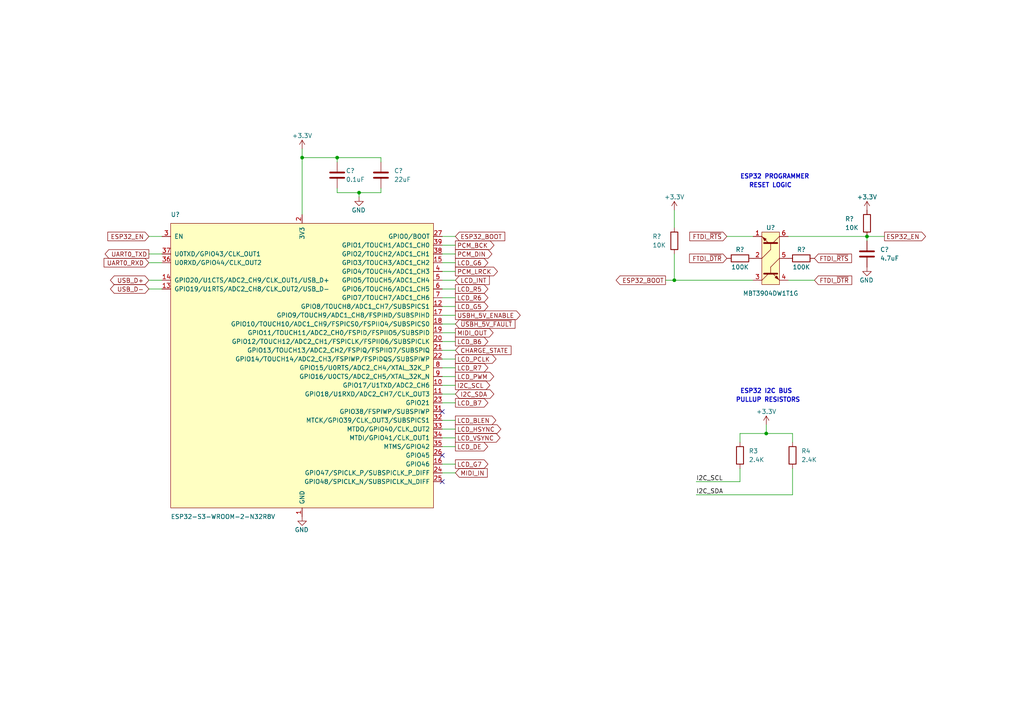
<source format=kicad_sch>
(kicad_sch (version 20230121) (generator eeschema)

  (uuid f226e34b-2860-4bf9-bc2d-6855a8ea5ba6)

  (paper "A4")

  (title_block
    (title "Tulip CC / MCU")
  )

  (lib_symbols
    (symbol "power:+3.3V" (power) (pin_names (offset 0)) (in_bom yes) (on_board yes)
      (property "Reference" "#PWR" (at 0 -3.81 0)
        (effects (font (size 1.27 1.27)) hide)
      )
      (property "Value" "+3.3V" (at 0 3.556 0)
        (effects (font (size 1.27 1.27)))
      )
      (property "Footprint" "" (at 0 0 0)
        (effects (font (size 1.27 1.27)) hide)
      )
      (property "Datasheet" "" (at 0 0 0)
        (effects (font (size 1.27 1.27)) hide)
      )
      (property "ki_keywords" "global power" (at 0 0 0)
        (effects (font (size 1.27 1.27)) hide)
      )
      (property "ki_description" "Power symbol creates a global label with name \"+3.3V\"" (at 0 0 0)
        (effects (font (size 1.27 1.27)) hide)
      )
      (symbol "+3.3V_0_1"
        (polyline
          (pts
            (xy -0.762 1.27)
            (xy 0 2.54)
          )
          (stroke (width 0) (type default))
          (fill (type none))
        )
        (polyline
          (pts
            (xy 0 0)
            (xy 0 2.54)
          )
          (stroke (width 0) (type default))
          (fill (type none))
        )
        (polyline
          (pts
            (xy 0 2.54)
            (xy 0.762 1.27)
          )
          (stroke (width 0) (type default))
          (fill (type none))
        )
      )
      (symbol "+3.3V_1_1"
        (pin power_in line (at 0 0 90) (length 0) hide
          (name "+3.3V" (effects (font (size 1.27 1.27))))
          (number "1" (effects (font (size 1.27 1.27))))
        )
      )
    )
    (symbol "power:GND" (power) (pin_names (offset 0)) (in_bom yes) (on_board yes)
      (property "Reference" "#PWR" (at 0 -6.35 0)
        (effects (font (size 1.27 1.27)) hide)
      )
      (property "Value" "GND" (at 0 -3.81 0)
        (effects (font (size 1.27 1.27)))
      )
      (property "Footprint" "" (at 0 0 0)
        (effects (font (size 1.27 1.27)) hide)
      )
      (property "Datasheet" "" (at 0 0 0)
        (effects (font (size 1.27 1.27)) hide)
      )
      (property "ki_keywords" "global power" (at 0 0 0)
        (effects (font (size 1.27 1.27)) hide)
      )
      (property "ki_description" "Power symbol creates a global label with name \"GND\" , ground" (at 0 0 0)
        (effects (font (size 1.27 1.27)) hide)
      )
      (symbol "GND_0_1"
        (polyline
          (pts
            (xy 0 0)
            (xy 0 -1.27)
            (xy 1.27 -1.27)
            (xy 0 -2.54)
            (xy -1.27 -1.27)
            (xy 0 -1.27)
          )
          (stroke (width 0) (type default))
          (fill (type none))
        )
      )
      (symbol "GND_1_1"
        (pin power_in line (at 0 0 270) (length 0) hide
          (name "GND" (effects (font (size 1.27 1.27))))
          (number "1" (effects (font (size 1.27 1.27))))
        )
      )
    )
    (symbol "tulipcc_symbol_lib:CAP_0805_0.1UF" (pin_numbers hide) (pin_names (offset 0.254)) (in_bom yes) (on_board yes)
      (property "Reference" "C" (at 0.635 2.54 0)
        (effects (font (size 1.27 1.27)) (justify left))
      )
      (property "Value" "0.1uF" (at 0.635 -2.54 0)
        (effects (font (size 1.27 1.27)) (justify left))
      )
      (property "Footprint" "tulipcc_footprint_lib:C_0805_2012" (at 1.27 -15.24 0)
        (effects (font (size 1.27 1.27)) hide)
      )
      (property "Datasheet" "https://www.mouser.com/datasheet/2/212/KEM_C1002_X7R_SMD-1102033.pdf" (at 1.27 -11.43 0)
        (effects (font (size 1.27 1.27)) hide)
      )
      (property "Manufacturer" "Kemet" (at 0 -20.32 0)
        (effects (font (size 1.27 1.27)) hide)
      )
      (property "Part #" "C0805C104K5RAC7411" (at 0 -22.86 0)
        (effects (font (size 1.27 1.27)) hide)
      )
      (property "Supplier 1" "Mouser" (at 0 -26.67 0)
        (effects (font (size 1.27 1.27)) hide)
      )
      (property "Supplier 1 #" "80-C0805C104K5RACLR" (at 0 -29.21 0)
        (effects (font (size 1.27 1.27)) hide)
      )
      (property "Supplier 2" "DigiKey" (at 0 -33.02 0)
        (effects (font (size 1.27 1.27)) hide)
      )
      (property "Supplier 2 #" "399-C0805C104K5RAC7800CT-ND " (at 2.54 -35.56 0)
        (effects (font (size 1.27 1.27)) hide)
      )
      (property "ki_keywords" "cap capacitor" (at 0 0 0)
        (effects (font (size 1.27 1.27)) hide)
      )
      (property "ki_description" "Capacitor 0805" (at 0 0 0)
        (effects (font (size 1.27 1.27)) hide)
      )
      (property "ki_fp_filters" "C_*" (at 0 0 0)
        (effects (font (size 1.27 1.27)) hide)
      )
      (symbol "CAP_0805_0.1UF_0_1"
        (polyline
          (pts
            (xy -2.032 -0.762)
            (xy 2.032 -0.762)
          )
          (stroke (width 0.508) (type default))
          (fill (type none))
        )
        (polyline
          (pts
            (xy -2.032 0.762)
            (xy 2.032 0.762)
          )
          (stroke (width 0.508) (type default))
          (fill (type none))
        )
      )
      (symbol "CAP_0805_0.1UF_1_1"
        (pin passive line (at 0 3.81 270) (length 2.794)
          (name "~" (effects (font (size 1.27 1.27))))
          (number "1" (effects (font (size 1.27 1.27))))
        )
        (pin passive line (at 0 -3.81 90) (length 2.794)
          (name "~" (effects (font (size 1.27 1.27))))
          (number "2" (effects (font (size 1.27 1.27))))
        )
      )
    )
    (symbol "tulipcc_symbol_lib:CAP_0805_4.7UF" (pin_numbers hide) (pin_names (offset 0.254)) (in_bom yes) (on_board yes)
      (property "Reference" "C" (at 0.635 2.54 0)
        (effects (font (size 1.27 1.27)) (justify left))
      )
      (property "Value" "4.7uF" (at 0.635 -2.54 0)
        (effects (font (size 1.27 1.27)) (justify left))
      )
      (property "Footprint" "tulipcc_footprint_lib:C_0805_2012" (at 1.27 -15.24 0)
        (effects (font (size 1.27 1.27)) hide)
      )
      (property "Datasheet" "https://www.mouser.com/datasheet/2/212/KEM_C1002_X7R_SMD-1102033.pdf" (at 1.27 -11.43 0)
        (effects (font (size 1.27 1.27)) hide)
      )
      (property "Manufacturer" "Kemet" (at 0 -20.32 0)
        (effects (font (size 1.27 1.27)) hide)
      )
      (property "Part #" "C0805C475K3RACTU" (at 0 -22.86 0)
        (effects (font (size 1.27 1.27)) hide)
      )
      (property "Supplier 1" "Mouser" (at 0 -26.67 0)
        (effects (font (size 1.27 1.27)) hide)
      )
      (property "Supplier 1 #" "80-C0805C475K3RACTU" (at 0 -29.21 0)
        (effects (font (size 1.27 1.27)) hide)
      )
      (property "Supplier 2" "DigiKey" (at 0 -33.02 0)
        (effects (font (size 1.27 1.27)) hide)
      )
      (property "Supplier 2 #" "399-C0805C475K3RAC7800CT-ND" (at 2.54 -35.56 0)
        (effects (font (size 1.27 1.27)) hide)
      )
      (property "ki_keywords" "cap capacitor" (at 0 0 0)
        (effects (font (size 1.27 1.27)) hide)
      )
      (property "ki_description" "Capacitor 0805" (at 0 0 0)
        (effects (font (size 1.27 1.27)) hide)
      )
      (property "ki_fp_filters" "C_*" (at 0 0 0)
        (effects (font (size 1.27 1.27)) hide)
      )
      (symbol "CAP_0805_4.7UF_0_1"
        (polyline
          (pts
            (xy -2.032 -0.762)
            (xy 2.032 -0.762)
          )
          (stroke (width 0.508) (type default))
          (fill (type none))
        )
        (polyline
          (pts
            (xy -2.032 0.762)
            (xy 2.032 0.762)
          )
          (stroke (width 0.508) (type default))
          (fill (type none))
        )
      )
      (symbol "CAP_0805_4.7UF_1_1"
        (pin passive line (at 0 3.81 270) (length 2.794)
          (name "~" (effects (font (size 1.27 1.27))))
          (number "1" (effects (font (size 1.27 1.27))))
        )
        (pin passive line (at 0 -3.81 90) (length 2.794)
          (name "~" (effects (font (size 1.27 1.27))))
          (number "2" (effects (font (size 1.27 1.27))))
        )
      )
    )
    (symbol "tulipcc_symbol_lib:CAP_1210_22UF" (pin_numbers hide) (pin_names (offset 0.254)) (in_bom yes) (on_board yes)
      (property "Reference" "C" (at 0.635 2.54 0)
        (effects (font (size 1.27 1.27)) (justify left))
      )
      (property "Value" "22uF" (at 0.635 -2.54 0)
        (effects (font (size 1.27 1.27)) (justify left))
      )
      (property "Footprint" "tulipcc_footprint_lib:C_1210_3225" (at 1.27 -15.24 0)
        (effects (font (size 1.27 1.27)) hide)
      )
      (property "Datasheet" "https://www.mouser.com/datasheet/2/212/KEM_C1002_X7R_SMD-1102033.pdf" (at 1.27 -11.43 0)
        (effects (font (size 1.27 1.27)) hide)
      )
      (property "Rating" "16V" (at 2.54 -5.08 0)
        (effects (font (size 1.27 1.27)) hide)
      )
      (property "Manufacturer" "Kemet" (at 0 -20.32 0)
        (effects (font (size 1.27 1.27)) hide)
      )
      (property "Part #" "C1210C226M4RAC7210" (at 0 -22.86 0)
        (effects (font (size 1.27 1.27)) hide)
      )
      (property "Supplier 1" "Mouser" (at 0 -26.67 0)
        (effects (font (size 1.27 1.27)) hide)
      )
      (property "Supplier 1 #" "80-C1210C226M4RACLR" (at 0 -29.21 0)
        (effects (font (size 1.27 1.27)) hide)
      )
      (property "Supplier 2" "DigiKey" (at 0 -33.02 0)
        (effects (font (size 1.27 1.27)) hide)
      )
      (property "Supplier 2 #" "399-C1210C226M4RAC7210CT-ND" (at 1.27 -35.56 0)
        (effects (font (size 1.27 1.27)) hide)
      )
      (property "ki_keywords" "cap capacitor" (at 0 0 0)
        (effects (font (size 1.27 1.27)) hide)
      )
      (property "ki_description" "Capacitor 0805" (at 0 0 0)
        (effects (font (size 1.27 1.27)) hide)
      )
      (property "ki_fp_filters" "C_*" (at 0 0 0)
        (effects (font (size 1.27 1.27)) hide)
      )
      (symbol "CAP_1210_22UF_0_1"
        (polyline
          (pts
            (xy -2.032 -0.762)
            (xy 2.032 -0.762)
          )
          (stroke (width 0.508) (type default))
          (fill (type none))
        )
        (polyline
          (pts
            (xy -2.032 0.762)
            (xy 2.032 0.762)
          )
          (stroke (width 0.508) (type default))
          (fill (type none))
        )
      )
      (symbol "CAP_1210_22UF_1_1"
        (pin passive line (at 0 3.81 270) (length 2.794)
          (name "~" (effects (font (size 1.27 1.27))))
          (number "1" (effects (font (size 1.27 1.27))))
        )
        (pin passive line (at 0 -3.81 90) (length 2.794)
          (name "~" (effects (font (size 1.27 1.27))))
          (number "2" (effects (font (size 1.27 1.27))))
        )
      )
    )
    (symbol "tulipcc_symbol_lib:ESP32-S3-WROOM-2" (pin_names (offset 1.016)) (in_bom yes) (on_board yes)
      (property "Reference" "U" (at -38.1 45.72 0)
        (effects (font (size 1.27 1.27)) (justify left))
      )
      (property "Value" "ESP32-S3-WROOM-2-N32R8V" (at -38.1 43.18 0)
        (effects (font (size 1.27 1.27)) (justify left))
      )
      (property "Footprint" "tulipcc_footprint_lib:ESP32-S3-WROOM-2" (at -2.54 -45.72 0)
        (effects (font (size 1.27 1.27)) hide)
      )
      (property "Datasheet" "https://www.espressif.com/sites/default/files/documentation/esp32-s3-wroom-2_datasheet_en.pdf" (at -2.54 -48.26 0)
        (effects (font (size 1.27 1.27)) hide)
      )
      (property "Manufacturer" "Espressif" (at 0 -57.15 0)
        (effects (font (size 1.27 1.27)) hide)
      )
      (property "Part #" "ESP32-S3-WROOM-2-N32R8V" (at 0 -59.69 0)
        (effects (font (size 1.27 1.27)) hide)
      )
      (property "Supplier 1" "Mouser" (at 0 -63.5 0)
        (effects (font (size 1.27 1.27)) hide)
      )
      (property "Supplier 1 #" "356-ESP3S3WRM2N32R8V" (at 0 -66.04 0)
        (effects (font (size 1.27 1.27)) hide)
      )
      (property "Supplier 2" "DigiKey" (at 0 -69.85 0)
        (effects (font (size 1.27 1.27)) hide)
      )
      (property "Supplier 2 #" "1965-ESP32-S3-WROOM-2-N32R8VCT-ND " (at 2.54 -72.39 0)
        (effects (font (size 1.27 1.27)) hide)
      )
      (property "ki_description" "ESP32S3 WiFi/BLE SoC" (at 0 0 0)
        (effects (font (size 1.27 1.27)) hide)
      )
      (symbol "ESP32-S3-WROOM-2_0_0"
        (pin power_in line (at 0 -43.18 90) (length 2.54)
          (name "GND" (effects (font (size 1.27 1.27))))
          (number "1" (effects (font (size 1.27 1.27))))
        )
        (pin bidirectional line (at 40.64 -5.08 180) (length 2.54)
          (name "GPIO17/U1TXD/ADC2_CH6" (effects (font (size 1.27 1.27))))
          (number "10" (effects (font (size 1.27 1.27))))
        )
        (pin bidirectional line (at 40.64 -7.62 180) (length 2.54)
          (name "GPIO18/U1RXD/ADC2_CH7/CLK_OUT3" (effects (font (size 1.27 1.27))))
          (number "11" (effects (font (size 1.27 1.27))))
        )
        (pin bidirectional line (at 40.64 17.78 180) (length 2.54)
          (name "GPIO8/TOUCH8/ADC1_CH7/SUBSPICS1" (effects (font (size 1.27 1.27))))
          (number "12" (effects (font (size 1.27 1.27))))
        )
        (pin bidirectional line (at -40.64 22.86 0) (length 2.54)
          (name "GPIO19/U1RTS/ADC2_CH8/CLK_OUT2/USB_D-" (effects (font (size 1.27 1.27))))
          (number "13" (effects (font (size 1.27 1.27))))
        )
        (pin bidirectional line (at -40.64 25.4 0) (length 2.54)
          (name "GPIO20/U1CTS/ADC2_CH9/CLK_OUT1/USB_D+" (effects (font (size 1.27 1.27))))
          (number "14" (effects (font (size 1.27 1.27))))
        )
        (pin bidirectional line (at 40.64 30.48 180) (length 2.54)
          (name "GPIO3/TOUCH3/ADC1_CH2" (effects (font (size 1.27 1.27))))
          (number "15" (effects (font (size 1.27 1.27))))
        )
        (pin bidirectional line (at 40.64 -27.94 180) (length 2.54)
          (name "GPIO46" (effects (font (size 1.27 1.27))))
          (number "16" (effects (font (size 1.27 1.27))))
        )
        (pin bidirectional line (at 40.64 15.24 180) (length 2.54)
          (name "GPIO9/TOUCH9/ADC1_CH8/FSPIHD/SUBSPIHD" (effects (font (size 1.27 1.27))))
          (number "17" (effects (font (size 1.27 1.27))))
        )
        (pin bidirectional line (at 40.64 12.7 180) (length 2.54)
          (name "GPIO10/TOUCH10/ADC1_CH9/FSPICS0/FSPIIO4/SUBSPICS0" (effects (font (size 1.27 1.27))))
          (number "18" (effects (font (size 1.27 1.27))))
        )
        (pin bidirectional line (at 40.64 10.16 180) (length 2.54)
          (name "GPIO11/TOUCH11/ADC2_CH0/FSPID/FSPIIO5/SUBSPID" (effects (font (size 1.27 1.27))))
          (number "19" (effects (font (size 1.27 1.27))))
        )
        (pin power_in line (at 0 44.45 270) (length 2.54)
          (name "3V3" (effects (font (size 1.27 1.27))))
          (number "2" (effects (font (size 1.27 1.27))))
        )
        (pin bidirectional line (at 40.64 7.62 180) (length 2.54)
          (name "GPIO12/TOUCH12/ADC2_CH1/FSPICLK/FSPIIO6/SUBSPICLK" (effects (font (size 1.27 1.27))))
          (number "20" (effects (font (size 1.27 1.27))))
        )
        (pin bidirectional line (at 40.64 5.08 180) (length 2.54)
          (name "GPIO13/TOUCH13/ADC2_CH2/FSPIQ/FSPIIO7/SUBSPIQ" (effects (font (size 1.27 1.27))))
          (number "21" (effects (font (size 1.27 1.27))))
        )
        (pin bidirectional line (at 40.64 2.54 180) (length 2.54)
          (name "GPIO14/TOUCH14/ADC2_CH3/FSPIWP/FSPIDQS/SUBSPIWP" (effects (font (size 1.27 1.27))))
          (number "22" (effects (font (size 1.27 1.27))))
        )
        (pin bidirectional line (at 40.64 -10.16 180) (length 2.54)
          (name "GPIO21" (effects (font (size 1.27 1.27))))
          (number "23" (effects (font (size 1.27 1.27))))
        )
        (pin bidirectional line (at 40.64 -30.48 180) (length 2.54)
          (name "GPIO47/SPICLK_P/SUBSPICLK_P_DIFF" (effects (font (size 1.27 1.27))))
          (number "24" (effects (font (size 1.27 1.27))))
        )
        (pin bidirectional line (at 40.64 -33.02 180) (length 2.54)
          (name "GPIO48/SPICLK_N/SUBSPICLK_N_DIFF" (effects (font (size 1.27 1.27))))
          (number "25" (effects (font (size 1.27 1.27))))
        )
        (pin bidirectional line (at 40.64 -25.4 180) (length 2.54)
          (name "GPIO45" (effects (font (size 1.27 1.27))))
          (number "26" (effects (font (size 1.27 1.27))))
        )
        (pin bidirectional line (at 40.64 38.1 180) (length 2.54)
          (name "GPIO0/BOOT" (effects (font (size 1.27 1.27))))
          (number "27" (effects (font (size 1.27 1.27))))
        )
        (pin no_connect line (at -40.64 -33.02 0) (length 2.54) hide
          (name "NC" (effects (font (size 1.27 1.27))))
          (number "28" (effects (font (size 1.27 1.27))))
        )
        (pin no_connect line (at -40.64 -30.48 0) (length 2.54) hide
          (name "NC" (effects (font (size 1.27 1.27))))
          (number "29" (effects (font (size 1.27 1.27))))
        )
        (pin input line (at -40.64 38.1 0) (length 2.54)
          (name "EN" (effects (font (size 1.27 1.27))))
          (number "3" (effects (font (size 1.27 1.27))))
        )
        (pin no_connect line (at -40.64 -27.94 0) (length 2.54) hide
          (name "NC" (effects (font (size 1.27 1.27))))
          (number "30" (effects (font (size 1.27 1.27))))
        )
        (pin bidirectional line (at 40.64 -12.7 180) (length 2.54)
          (name "GPIO38/FSPIWP/SUBSPIWP" (effects (font (size 1.27 1.27))))
          (number "31" (effects (font (size 1.27 1.27))))
        )
        (pin bidirectional line (at 40.64 -15.24 180) (length 2.54)
          (name "MTCK/GPIO39/CLK_OUT3/SUBSPICS1" (effects (font (size 1.27 1.27))))
          (number "32" (effects (font (size 1.27 1.27))))
        )
        (pin bidirectional line (at 40.64 -17.78 180) (length 2.54)
          (name "MTDO/GPIO40/CLK_OUT2" (effects (font (size 1.27 1.27))))
          (number "33" (effects (font (size 1.27 1.27))))
        )
        (pin bidirectional line (at 40.64 -20.32 180) (length 2.54)
          (name "MTDI/GPIO41/CLK_OUT1" (effects (font (size 1.27 1.27))))
          (number "34" (effects (font (size 1.27 1.27))))
        )
        (pin bidirectional line (at 40.64 -22.86 180) (length 2.54)
          (name "MTMS/GPIO42" (effects (font (size 1.27 1.27))))
          (number "35" (effects (font (size 1.27 1.27))))
        )
        (pin bidirectional line (at -40.64 30.48 0) (length 2.54)
          (name "U0RXD/GPIO44/CLK_OUT2" (effects (font (size 1.27 1.27))))
          (number "36" (effects (font (size 1.27 1.27))))
        )
        (pin bidirectional line (at -40.64 33.02 0) (length 2.54)
          (name "U0TXD/GPIO43/CLK_OUT1" (effects (font (size 1.27 1.27))))
          (number "37" (effects (font (size 1.27 1.27))))
        )
        (pin bidirectional line (at 40.64 33.02 180) (length 2.54)
          (name "GPIO2/TOUCH2/ADC1_CH1" (effects (font (size 1.27 1.27))))
          (number "38" (effects (font (size 1.27 1.27))))
        )
        (pin bidirectional line (at 40.64 35.56 180) (length 2.54)
          (name "GPIO1/TOUCH1/ADC1_CH0" (effects (font (size 1.27 1.27))))
          (number "39" (effects (font (size 1.27 1.27))))
        )
        (pin bidirectional line (at 40.64 27.94 180) (length 2.54)
          (name "GPIO4/TOUCH4/ADC1_CH3" (effects (font (size 1.27 1.27))))
          (number "4" (effects (font (size 1.27 1.27))))
        )
        (pin passive line (at 0 -43.18 90) (length 2.54) hide
          (name "GND" (effects (font (size 1.27 1.27))))
          (number "40" (effects (font (size 1.27 1.27))))
        )
        (pin passive line (at 0 -43.18 90) (length 2.54) hide
          (name "GND" (effects (font (size 1.27 1.27))))
          (number "41" (effects (font (size 1.27 1.27))))
        )
        (pin bidirectional line (at 40.64 25.4 180) (length 2.54)
          (name "GPIO5/TOUCH5/ADC1_CH4" (effects (font (size 1.27 1.27))))
          (number "5" (effects (font (size 1.27 1.27))))
        )
        (pin bidirectional line (at 40.64 22.86 180) (length 2.54)
          (name "GPIO6/TOUCH6/ADC1_CH5" (effects (font (size 1.27 1.27))))
          (number "6" (effects (font (size 1.27 1.27))))
        )
        (pin bidirectional line (at 40.64 20.32 180) (length 2.54)
          (name "GPIO7/TOUCH7/ADC1_CH6" (effects (font (size 1.27 1.27))))
          (number "7" (effects (font (size 1.27 1.27))))
        )
        (pin bidirectional line (at 40.64 0 180) (length 2.54)
          (name "GPIO15/U0RTS/ADC2_CH4/XTAL_32K_P" (effects (font (size 1.27 1.27))))
          (number "8" (effects (font (size 1.27 1.27))))
        )
        (pin bidirectional line (at 40.64 -2.54 180) (length 2.54)
          (name "GPIO16/U0CTS/ADC2_CH5/XTAL_32K_N" (effects (font (size 1.27 1.27))))
          (number "9" (effects (font (size 1.27 1.27))))
        )
      )
      (symbol "ESP32-S3-WROOM-2_0_1"
        (rectangle (start -38.1 41.91) (end 38.1 -40.64)
          (stroke (width 0) (type default))
          (fill (type background))
        )
      )
    )
    (symbol "tulipcc_symbol_lib:MBT3904DW1T1G" (in_bom yes) (on_board yes)
      (property "Reference" "U" (at -8.89 3.81 0)
        (effects (font (size 1.27 1.27)))
      )
      (property "Value" "MBT3904DW1T1G" (at 17.78 0 0)
        (effects (font (size 1.27 1.27)))
      )
      (property "Footprint" "tulipcc_footprint_lib:SOT-363_SC-70-6" (at 0 0 0)
        (effects (font (size 1.27 1.27)) hide)
      )
      (property "Datasheet" "https://www.mouser.com/datasheet/2/308/1/MBT3904DW1T1_D-2315275.pdf" (at 1.27 -13.97 0)
        (effects (font (size 1.27 1.27)) hide)
      )
      (property "Manufacturer" "Onsemi" (at 0 -17.78 0)
        (effects (font (size 1.27 1.27)) hide)
      )
      (property "Part #" "MBT3904DW1T1G" (at 0 -20.32 0)
        (effects (font (size 1.27 1.27)) hide)
      )
      (property "Supplier 1" "Mouser" (at 0 -24.13 0)
        (effects (font (size 1.27 1.27)) hide)
      )
      (property "Supplier 1 #" "863-MBT3904DW1T1G" (at 0 -26.67 0)
        (effects (font (size 1.27 1.27)) hide)
      )
      (property "Supplier 2" "DigiKey" (at 0 -30.48 0)
        (effects (font (size 1.27 1.27)) hide)
      )
      (property "Supplier 2 #" "MBT3904DW1T1GOSCT-ND" (at 0 -33.02 0)
        (effects (font (size 1.27 1.27)) hide)
      )
      (property "ki_description" "Bipolar Transistor BJT 200mA 60V Dual NPN" (at 0 0 0)
        (effects (font (size 1.27 1.27)) hide)
      )
      (symbol "MBT3904DW1T1G_0_1"
        (rectangle (start -6.35 2.54) (end 8.89 -2.54)
          (stroke (width 0) (type default))
          (fill (type background))
        )
        (polyline
          (pts
            (xy -3.175 0)
            (xy -1.27 0)
          )
          (stroke (width 0) (type default))
          (fill (type none))
        )
        (polyline
          (pts
            (xy -3.175 0.635)
            (xy -5.08 2.54)
          )
          (stroke (width 0) (type default))
          (fill (type none))
        )
        (polyline
          (pts
            (xy 1.27 -2.54)
            (xy -1.27 0)
          )
          (stroke (width 0) (type default))
          (fill (type none))
        )
        (polyline
          (pts
            (xy 3.81 0)
            (xy 1.27 2.54)
          )
          (stroke (width 0) (type default))
          (fill (type none))
        )
        (polyline
          (pts
            (xy 5.715 -0.635)
            (xy 7.62 -2.54)
          )
          (stroke (width 0) (type default))
          (fill (type none))
        )
        (polyline
          (pts
            (xy 5.715 0)
            (xy 3.81 0)
          )
          (stroke (width 0) (type default))
          (fill (type none))
        )
        (polyline
          (pts
            (xy -3.175 -0.635)
            (xy -5.08 -2.54)
            (xy -5.08 -2.54)
          )
          (stroke (width 0) (type default))
          (fill (type none))
        )
        (polyline
          (pts
            (xy -3.175 1.905)
            (xy -3.175 -1.905)
            (xy -3.175 -1.905)
          )
          (stroke (width 0.508) (type default))
          (fill (type none))
        )
        (polyline
          (pts
            (xy 5.715 -1.905)
            (xy 5.715 1.905)
            (xy 5.715 1.905)
          )
          (stroke (width 0.508) (type default))
          (fill (type none))
        )
        (polyline
          (pts
            (xy 5.715 0.635)
            (xy 7.62 2.54)
            (xy 7.62 2.54)
          )
          (stroke (width 0) (type default))
          (fill (type none))
        )
        (polyline
          (pts
            (xy -3.81 -1.778)
            (xy -4.318 -1.27)
            (xy -4.826 -2.286)
            (xy -3.81 -1.778)
            (xy -3.81 -1.778)
          )
          (stroke (width 0) (type default))
          (fill (type outline))
        )
        (polyline
          (pts
            (xy 6.35 1.778)
            (xy 6.858 1.27)
            (xy 7.366 2.286)
            (xy 6.35 1.778)
            (xy 6.35 1.778)
          )
          (stroke (width 0) (type default))
          (fill (type outline))
        )
      )
      (symbol "MBT3904DW1T1G_1_1"
        (pin passive line (at 7.62 5.08 270) (length 2.54)
          (name "" (effects (font (size 1.27 1.27))))
          (number "1" (effects (font (size 1.27 1.27))))
        )
        (pin input line (at 1.27 5.08 270) (length 2.54)
          (name "" (effects (font (size 1.27 1.27))))
          (number "2" (effects (font (size 1.27 1.27))))
        )
        (pin passive line (at -5.08 5.08 270) (length 2.54)
          (name "" (effects (font (size 1.27 1.27))))
          (number "3" (effects (font (size 1.27 1.27))))
        )
        (pin passive line (at -5.08 -5.08 90) (length 2.54)
          (name "" (effects (font (size 1.27 1.27))))
          (number "4" (effects (font (size 1.27 1.27))))
        )
        (pin input line (at 1.27 -5.08 90) (length 2.54)
          (name "" (effects (font (size 1.27 1.27))))
          (number "5" (effects (font (size 1.27 1.27))))
        )
        (pin passive line (at 7.62 -5.08 90) (length 2.54)
          (name "" (effects (font (size 1.27 1.27))))
          (number "6" (effects (font (size 1.27 1.27))))
        )
      )
    )
    (symbol "tulipcc_symbol_lib:RES_0805_100K" (pin_numbers hide) (pin_names (offset 0)) (in_bom yes) (on_board yes)
      (property "Reference" "R" (at 0 2.032 0)
        (effects (font (size 1.27 1.27)))
      )
      (property "Value" "100K" (at 0 -2.54 0)
        (effects (font (size 1.27 1.27)))
      )
      (property "Footprint" "tulipcc_footprint_lib:R_0805_2012" (at 0 -6.35 0)
        (effects (font (size 1.27 1.27)) hide)
      )
      (property "Datasheet" "https://www.mouser.com/datasheet/2/54/cr-1858361.pdf" (at -1.27 -3.81 0)
        (effects (font (size 1.27 1.27)) hide)
      )
      (property "Manufacturer" "Bourns" (at 0 -11.43 0)
        (effects (font (size 1.27 1.27)) hide)
      )
      (property "Part #" "CR0805-FX-1003ELF" (at 0 -13.97 0)
        (effects (font (size 1.27 1.27)) hide)
      )
      (property "Supplier 1" "Mouser" (at 0 -16.51 0)
        (effects (font (size 1.27 1.27)) hide)
      )
      (property "Supplier 1 #" "652-CR0805FX-1003ELF" (at 0 -19.05 0)
        (effects (font (size 1.27 1.27)) hide)
      )
      (property "Supplier 2" "DigiKey" (at 0 -21.59 0)
        (effects (font (size 1.27 1.27)) hide)
      )
      (property "Supplier 2 #" "CR0805-FX-1003ELFCT-ND" (at 0 -24.13 0)
        (effects (font (size 1.27 1.27)) hide)
      )
      (property "ki_keywords" "R res resistor" (at 0 0 0)
        (effects (font (size 1.27 1.27)) hide)
      )
      (property "ki_description" "Resistor 0805" (at 0 0 0)
        (effects (font (size 1.27 1.27)) hide)
      )
      (property "ki_fp_filters" "R_*" (at 0 0 0)
        (effects (font (size 1.27 1.27)) hide)
      )
      (symbol "RES_0805_100K_0_1"
        (rectangle (start 2.54 -1.016) (end -2.54 1.016)
          (stroke (width 0.254) (type default))
          (fill (type none))
        )
      )
      (symbol "RES_0805_100K_1_1"
        (pin passive line (at -3.81 0 0) (length 1.27)
          (name "~" (effects (font (size 1.27 1.27))))
          (number "1" (effects (font (size 1.27 1.27))))
        )
        (pin passive line (at 3.81 0 180) (length 1.27)
          (name "~" (effects (font (size 1.27 1.27))))
          (number "2" (effects (font (size 1.27 1.27))))
        )
      )
    )
    (symbol "tulipcc_symbol_lib:RES_0805_10K" (pin_numbers hide) (pin_names (offset 0)) (in_bom yes) (on_board yes)
      (property "Reference" "R" (at 0 2.032 0)
        (effects (font (size 1.27 1.27)))
      )
      (property "Value" "10K" (at 0 -2.54 0)
        (effects (font (size 1.27 1.27)))
      )
      (property "Footprint" "tulipcc_footprint_lib:R_0805_2012" (at 0 -6.35 0)
        (effects (font (size 1.27 1.27)) hide)
      )
      (property "Datasheet" "https://www.mouser.com/datasheet/2/54/cr-1858361.pdf" (at -1.27 -3.81 0)
        (effects (font (size 1.27 1.27)) hide)
      )
      (property "Manufacturer" "Bourns" (at 0 -11.43 0)
        (effects (font (size 1.27 1.27)) hide)
      )
      (property "Part #" "CR0805-FX-1002ELF" (at 0 -13.97 0)
        (effects (font (size 1.27 1.27)) hide)
      )
      (property "Supplier 1" "Mouser" (at 0 -16.51 0)
        (effects (font (size 1.27 1.27)) hide)
      )
      (property "Supplier 1 #" "652-CR0805FX-1002ELF" (at 0 -19.05 0)
        (effects (font (size 1.27 1.27)) hide)
      )
      (property "Supplier 2" "DigiKey" (at 0 -21.59 0)
        (effects (font (size 1.27 1.27)) hide)
      )
      (property "Supplier 2 #" "CR0805-FX-1002ELFCT-ND" (at 0 -24.13 0)
        (effects (font (size 1.27 1.27)) hide)
      )
      (property "ki_keywords" "R res resistor" (at 0 0 0)
        (effects (font (size 1.27 1.27)) hide)
      )
      (property "ki_description" "Resistor 0805" (at 0 0 0)
        (effects (font (size 1.27 1.27)) hide)
      )
      (property "ki_fp_filters" "R_*" (at 0 0 0)
        (effects (font (size 1.27 1.27)) hide)
      )
      (symbol "RES_0805_10K_0_1"
        (rectangle (start 2.54 -1.016) (end -2.54 1.016)
          (stroke (width 0.254) (type default))
          (fill (type none))
        )
      )
      (symbol "RES_0805_10K_1_1"
        (pin passive line (at -3.81 0 0) (length 1.27)
          (name "~" (effects (font (size 1.27 1.27))))
          (number "1" (effects (font (size 1.27 1.27))))
        )
        (pin passive line (at 3.81 0 180) (length 1.27)
          (name "~" (effects (font (size 1.27 1.27))))
          (number "2" (effects (font (size 1.27 1.27))))
        )
      )
    )
    (symbol "tulipcc_symbol_lib:RES_0805_2K4" (pin_numbers hide) (pin_names (offset 0)) (in_bom yes) (on_board yes)
      (property "Reference" "R" (at 0 2.032 0)
        (effects (font (size 1.27 1.27)))
      )
      (property "Value" "2.4K" (at 0 -2.54 0)
        (effects (font (size 1.27 1.27)))
      )
      (property "Footprint" "tulipcc_footprint_lib:R_0805_2012" (at 0 -6.35 0)
        (effects (font (size 1.27 1.27)) hide)
      )
      (property "Datasheet" "https://www.mouser.com/datasheet/2/54/cr-1858361.pdf" (at -1.27 -3.81 0)
        (effects (font (size 1.27 1.27)) hide)
      )
      (property "Manufacturer" "Bourns" (at 0 -11.43 0)
        (effects (font (size 1.27 1.27)) hide)
      )
      (property "Part #" "CR0805-FX-2401ELF" (at 0 -13.97 0)
        (effects (font (size 1.27 1.27)) hide)
      )
      (property "Supplier 1" "Mouser" (at 0 -16.51 0)
        (effects (font (size 1.27 1.27)) hide)
      )
      (property "Supplier 1 #" "652-CR0805FX-2401ELF" (at 0 -19.05 0)
        (effects (font (size 1.27 1.27)) hide)
      )
      (property "Supplier 2" "DigiKey" (at 0 -21.59 0)
        (effects (font (size 1.27 1.27)) hide)
      )
      (property "Supplier 2 #" "CR0805-FX-2401ELFCT-ND" (at 0 -24.13 0)
        (effects (font (size 1.27 1.27)) hide)
      )
      (property "ki_keywords" "R res resistor" (at 0 0 0)
        (effects (font (size 1.27 1.27)) hide)
      )
      (property "ki_description" "Resistor 0805" (at 0 0 0)
        (effects (font (size 1.27 1.27)) hide)
      )
      (property "ki_fp_filters" "R_*" (at 0 0 0)
        (effects (font (size 1.27 1.27)) hide)
      )
      (symbol "RES_0805_2K4_0_1"
        (rectangle (start 2.54 -1.016) (end -2.54 1.016)
          (stroke (width 0.254) (type default))
          (fill (type none))
        )
      )
      (symbol "RES_0805_2K4_1_1"
        (pin passive line (at -3.81 0 0) (length 1.27)
          (name "~" (effects (font (size 1.27 1.27))))
          (number "1" (effects (font (size 1.27 1.27))))
        )
        (pin passive line (at 3.81 0 180) (length 1.27)
          (name "~" (effects (font (size 1.27 1.27))))
          (number "2" (effects (font (size 1.27 1.27))))
        )
      )
    )
  )

  (junction (at 251.46 68.58) (diameter 0) (color 0 0 0 0)
    (uuid a31b6a95-fb71-47a5-be15-f0d4c108850d)
  )
  (junction (at 195.58 81.28) (diameter 0) (color 0 0 0 0)
    (uuid b386100f-28a7-432e-9f7a-5aaa66cd2df7)
  )
  (junction (at 87.63 45.72) (diameter 0) (color 0 0 0 0)
    (uuid c07915e2-51c0-4243-adee-4b0d57906fa8)
  )
  (junction (at 104.14 55.88) (diameter 0) (color 0 0 0 0)
    (uuid c2ff1519-5083-43d0-b1b2-cdd6e8c36ef6)
  )
  (junction (at 97.79 45.72) (diameter 0) (color 0 0 0 0)
    (uuid dc86a50b-3ff5-4b2a-b096-58bdce97cf2a)
  )
  (junction (at 222.25 125.73) (diameter 0) (color 0 0 0 0)
    (uuid e2cc2f36-fec1-4e69-8fd5-e876a28ff83c)
  )

  (no_connect (at 128.27 119.38) (uuid 20779a6b-a422-4143-87aa-cb0940c810e3))
  (no_connect (at 128.27 139.7) (uuid 52d12ab7-9d76-4932-8a5a-5a2a3d63c010))
  (no_connect (at 128.27 132.08) (uuid c10e2602-f46a-4651-af46-27134e30e969))

  (wire (pts (xy 87.63 45.72) (xy 87.63 62.23))
    (stroke (width 0) (type default))
    (uuid 039a2abd-2b67-491b-a82f-d09049d9ddf6)
  )
  (wire (pts (xy 43.18 73.66) (xy 46.99 73.66))
    (stroke (width 0) (type default))
    (uuid 13404ff5-b845-4ab9-9519-16eb878ee470)
  )
  (wire (pts (xy 128.27 86.36) (xy 132.08 86.36))
    (stroke (width 0) (type default))
    (uuid 17ec2b38-4af3-4390-bb13-946b01648770)
  )
  (wire (pts (xy 128.27 93.98) (xy 132.08 93.98))
    (stroke (width 0) (type default))
    (uuid 20469249-1beb-4d60-a84f-a8e9efd278e6)
  )
  (wire (pts (xy 128.27 83.82) (xy 132.08 83.82))
    (stroke (width 0) (type default))
    (uuid 2444a092-3c92-43d1-9044-58627accb04a)
  )
  (wire (pts (xy 128.27 99.06) (xy 132.08 99.06))
    (stroke (width 0) (type default))
    (uuid 261d4ec9-c667-48bf-9151-9b8233c5349c)
  )
  (wire (pts (xy 210.82 68.58) (xy 218.44 68.58))
    (stroke (width 0) (type default))
    (uuid 30c084f4-663e-4768-90b6-4049449e0bfb)
  )
  (wire (pts (xy 128.27 134.62) (xy 132.08 134.62))
    (stroke (width 0) (type default))
    (uuid 36b26da2-7292-4d1a-91ae-65b76afcf8f9)
  )
  (wire (pts (xy 222.25 123.19) (xy 222.25 125.73))
    (stroke (width 0) (type default))
    (uuid 45ff72ef-e346-47f0-9879-4e98cc452f97)
  )
  (wire (pts (xy 214.63 125.73) (xy 222.25 125.73))
    (stroke (width 0) (type default))
    (uuid 463b5b43-a7c4-4d72-8081-ad194fad12c9)
  )
  (wire (pts (xy 128.27 76.2) (xy 132.08 76.2))
    (stroke (width 0) (type default))
    (uuid 4802cd5d-272d-4e78-b525-2a51cdb03bf4)
  )
  (wire (pts (xy 110.49 55.88) (xy 110.49 54.61))
    (stroke (width 0) (type default))
    (uuid 48366e5d-4485-4837-88f7-cb669bf4a730)
  )
  (wire (pts (xy 201.93 139.7) (xy 214.63 139.7))
    (stroke (width 0) (type default))
    (uuid 4b7954e2-5b88-47b7-990a-57101c966062)
  )
  (wire (pts (xy 97.79 46.99) (xy 97.79 45.72))
    (stroke (width 0) (type default))
    (uuid 52aea1fb-7e5c-48f8-ace6-de1ad32b3037)
  )
  (wire (pts (xy 214.63 128.27) (xy 214.63 125.73))
    (stroke (width 0) (type default))
    (uuid 5e77b59a-2408-4991-834d-92f2217f1229)
  )
  (wire (pts (xy 228.6 68.58) (xy 251.46 68.58))
    (stroke (width 0) (type default))
    (uuid 5f049063-d293-42b7-853b-f0ac219d81ce)
  )
  (wire (pts (xy 104.14 55.88) (xy 110.49 55.88))
    (stroke (width 0) (type default))
    (uuid 643c8418-bbeb-4c26-b78f-6674630b6b53)
  )
  (wire (pts (xy 128.27 114.3) (xy 132.08 114.3))
    (stroke (width 0) (type default))
    (uuid 6588e5c0-245d-4914-a946-5f75c6a39676)
  )
  (wire (pts (xy 97.79 55.88) (xy 97.79 54.61))
    (stroke (width 0) (type default))
    (uuid 706e7fc5-e36a-446c-8fdd-6ba3b2619a68)
  )
  (wire (pts (xy 87.63 45.72) (xy 97.79 45.72))
    (stroke (width 0) (type default))
    (uuid 72c273eb-ee5d-4ff3-93a3-df3b69b39f1b)
  )
  (wire (pts (xy 128.27 129.54) (xy 132.08 129.54))
    (stroke (width 0) (type default))
    (uuid 74b6a79b-a458-46e1-bfcb-c7f00b7fd33e)
  )
  (wire (pts (xy 201.93 143.51) (xy 229.87 143.51))
    (stroke (width 0) (type default))
    (uuid 77800f42-37c3-4d21-afea-d68ad6b5a93c)
  )
  (wire (pts (xy 128.27 121.92) (xy 132.08 121.92))
    (stroke (width 0) (type default))
    (uuid 7af7850d-567c-47bd-ba9c-557a17645ffb)
  )
  (wire (pts (xy 128.27 127) (xy 132.08 127))
    (stroke (width 0) (type default))
    (uuid 80120e3d-2d81-45ea-99c4-45bf4c4c8a99)
  )
  (wire (pts (xy 43.18 68.58) (xy 46.99 68.58))
    (stroke (width 0) (type default))
    (uuid 81a9f7b0-415c-4d1b-b3e3-b9d76d5c3272)
  )
  (wire (pts (xy 222.25 125.73) (xy 229.87 125.73))
    (stroke (width 0) (type default))
    (uuid 84dde2a7-596d-4bde-ba21-e4e94bc08531)
  )
  (wire (pts (xy 193.04 81.28) (xy 195.58 81.28))
    (stroke (width 0) (type default))
    (uuid 8787add7-ad4f-4bad-8c4b-6e97621797aa)
  )
  (wire (pts (xy 195.58 81.28) (xy 218.44 81.28))
    (stroke (width 0) (type default))
    (uuid 903e36ec-b63f-49a9-8ace-95e13b73a5a8)
  )
  (wire (pts (xy 195.58 60.96) (xy 195.58 66.04))
    (stroke (width 0) (type default))
    (uuid 90962a9e-00d5-4fc5-b66a-5258e4d94a55)
  )
  (wire (pts (xy 229.87 125.73) (xy 229.87 128.27))
    (stroke (width 0) (type default))
    (uuid 910a21d0-5657-4e44-83eb-312ab73c419d)
  )
  (wire (pts (xy 251.46 68.58) (xy 251.46 69.85))
    (stroke (width 0) (type default))
    (uuid 91c9afe8-7e44-477d-b037-23606f704d6c)
  )
  (wire (pts (xy 251.46 68.58) (xy 256.54 68.58))
    (stroke (width 0) (type default))
    (uuid 9b03b027-1ef3-47ce-a628-483ac595613b)
  )
  (wire (pts (xy 128.27 104.14) (xy 132.08 104.14))
    (stroke (width 0) (type default))
    (uuid 9bd14452-2c8b-4a3d-8fd3-b55651c5bf83)
  )
  (wire (pts (xy 128.27 106.68) (xy 132.08 106.68))
    (stroke (width 0) (type default))
    (uuid 9c930c4d-e2b1-4f69-902d-7de5d8508997)
  )
  (wire (pts (xy 128.27 78.74) (xy 132.08 78.74))
    (stroke (width 0) (type default))
    (uuid 9db0f106-be42-48cf-8921-336dad9f62f6)
  )
  (wire (pts (xy 87.63 43.18) (xy 87.63 45.72))
    (stroke (width 0) (type default))
    (uuid a0a06527-85a9-430b-9b36-47b12f2b14f7)
  )
  (wire (pts (xy 97.79 55.88) (xy 104.14 55.88))
    (stroke (width 0) (type default))
    (uuid a5c51544-e491-4c02-bb5d-aaf29370b31b)
  )
  (wire (pts (xy 128.27 124.46) (xy 132.08 124.46))
    (stroke (width 0) (type default))
    (uuid a6cee2d0-0fb6-4d25-854f-d9f2c6dded48)
  )
  (wire (pts (xy 128.27 91.44) (xy 132.08 91.44))
    (stroke (width 0) (type default))
    (uuid a84dbf67-d50a-45f1-8f6e-0156bca01752)
  )
  (wire (pts (xy 228.6 81.28) (xy 236.22 81.28))
    (stroke (width 0) (type default))
    (uuid ac6b6b4c-d060-4e99-bd48-01bb91b6d140)
  )
  (wire (pts (xy 195.58 73.66) (xy 195.58 81.28))
    (stroke (width 0) (type default))
    (uuid b63cfd18-a262-4797-9976-2cf777d3c9ad)
  )
  (wire (pts (xy 214.63 139.7) (xy 214.63 135.89))
    (stroke (width 0) (type default))
    (uuid b688f2fd-4b20-43c4-8e93-a23b295fdf27)
  )
  (wire (pts (xy 128.27 88.9) (xy 132.08 88.9))
    (stroke (width 0) (type default))
    (uuid b68e4cce-eae7-41ca-9a45-d753d3033a1f)
  )
  (wire (pts (xy 128.27 73.66) (xy 132.08 73.66))
    (stroke (width 0) (type default))
    (uuid bac35805-3b12-479a-8224-3136467eea1e)
  )
  (wire (pts (xy 128.27 81.28) (xy 132.08 81.28))
    (stroke (width 0) (type default))
    (uuid bb3dc8c2-d108-4305-8f43-45c67f27ab76)
  )
  (wire (pts (xy 128.27 101.6) (xy 132.08 101.6))
    (stroke (width 0) (type default))
    (uuid bdcdcb18-cb27-45c2-bec2-4eae9d4fb661)
  )
  (wire (pts (xy 128.27 137.16) (xy 132.08 137.16))
    (stroke (width 0) (type default))
    (uuid c0356702-6020-4d11-a5c5-437039e31d34)
  )
  (wire (pts (xy 128.27 68.58) (xy 132.08 68.58))
    (stroke (width 0) (type default))
    (uuid c54ef18a-79cd-43c2-a28b-12ad2423848d)
  )
  (wire (pts (xy 128.27 71.12) (xy 132.08 71.12))
    (stroke (width 0) (type default))
    (uuid cf9b3049-e717-4d79-b53c-d3cf4e9dd360)
  )
  (wire (pts (xy 229.87 135.89) (xy 229.87 143.51))
    (stroke (width 0) (type default))
    (uuid d1629e46-9e33-4b28-9d91-5235f294ae95)
  )
  (wire (pts (xy 128.27 116.84) (xy 132.08 116.84))
    (stroke (width 0) (type default))
    (uuid d2889a92-b3fe-4909-8681-744a2bcec049)
  )
  (wire (pts (xy 104.14 55.88) (xy 104.14 57.15))
    (stroke (width 0) (type default))
    (uuid d37b0086-6813-403f-89f7-0a641269e980)
  )
  (wire (pts (xy 97.79 45.72) (xy 110.49 45.72))
    (stroke (width 0) (type default))
    (uuid d78efba6-87cf-42d2-b5c5-84f2f1fa1250)
  )
  (wire (pts (xy 43.18 81.28) (xy 46.99 81.28))
    (stroke (width 0) (type default))
    (uuid d8ddb163-458a-447a-bac4-69814d17dc0e)
  )
  (wire (pts (xy 128.27 96.52) (xy 132.08 96.52))
    (stroke (width 0) (type default))
    (uuid d96e99d4-c35b-4888-84cd-0cd2bbd1cc49)
  )
  (wire (pts (xy 128.27 109.22) (xy 132.08 109.22))
    (stroke (width 0) (type default))
    (uuid da56903e-2a82-4494-9328-aba515f47aa8)
  )
  (wire (pts (xy 110.49 45.72) (xy 110.49 46.99))
    (stroke (width 0) (type default))
    (uuid daa4f905-cd24-4034-872d-20d176b15ac2)
  )
  (wire (pts (xy 43.18 76.2) (xy 46.99 76.2))
    (stroke (width 0) (type default))
    (uuid e66c953c-cd1c-4705-947e-9cc3021a91ca)
  )
  (wire (pts (xy 128.27 111.76) (xy 132.08 111.76))
    (stroke (width 0) (type default))
    (uuid f9f2588b-454e-4047-912e-02cd1e80c875)
  )
  (wire (pts (xy 43.18 83.82) (xy 46.99 83.82))
    (stroke (width 0) (type default))
    (uuid fb0b06ed-fcee-4a4d-8eeb-2bd67ad7dcc2)
  )

  (text "PULLUP RESISTORS" (at 213.36 116.84 0)
    (effects (font (size 1.27 1.27) (thickness 0.254) bold) (justify left bottom))
    (uuid 005d96e8-81be-41be-aa66-c421279f6b32)
  )
  (text "RESET LOGIC" (at 217.17 54.61 0)
    (effects (font (size 1.27 1.27) (thickness 0.254) bold) (justify left bottom))
    (uuid 08132cef-73a9-4cf0-8f33-5b6999805c34)
  )
  (text "ESP32 I2C BUS" (at 214.63 114.3 0)
    (effects (font (size 1.27 1.27) (thickness 0.254) bold) (justify left bottom))
    (uuid 916db475-8de2-4448-947d-7143a3a17521)
  )
  (text "ESP32 PROGRAMMER" (at 214.63 52.07 0)
    (effects (font (size 1.27 1.27) (thickness 0.254) bold) (justify left bottom))
    (uuid d9e30ce7-1ab6-4d7b-a22d-febd914b49ce)
  )

  (label "I2C_SCL" (at 201.93 139.7 0) (fields_autoplaced)
    (effects (font (size 1.27 1.27)) (justify left bottom))
    (uuid 4340e322-1694-49fd-a796-ca19b35a8546)
  )
  (label "I2C_SDA" (at 201.93 143.51 0) (fields_autoplaced)
    (effects (font (size 1.27 1.27)) (justify left bottom))
    (uuid 6eed8d43-1a38-4a4c-b418-34f1f9f0c636)
  )

  (global_label "CHARGE_STATE" (shape input) (at 132.08 101.6 0) (fields_autoplaced)
    (effects (font (size 1.27 1.27)) (justify left))
    (uuid 00cc4d6d-62e4-46d8-b289-84ff25f660d3)
    (property "Intersheetrefs" "${INTERSHEET_REFS}" (at 148.7932 101.6 0)
      (effects (font (size 1.27 1.27)) (justify left) hide)
    )
  )
  (global_label "LCD_PWM" (shape output) (at 132.08 109.22 0) (fields_autoplaced)
    (effects (font (size 1.27 1.27)) (justify left))
    (uuid 05476d17-71c2-44ba-8bb0-020a6e131b07)
    (property "Intersheetrefs" "${INTERSHEET_REFS}" (at 143.7737 109.22 0)
      (effects (font (size 1.27 1.27)) (justify left) hide)
    )
  )
  (global_label "UART0_TXD" (shape output) (at 43.18 73.66 180) (fields_autoplaced)
    (effects (font (size 1.27 1.27)) (justify right))
    (uuid 0a6147f4-d366-444d-bc0e-a73db7ecb587)
    (property "Intersheetrefs" "${INTERSHEET_REFS}" (at 29.9139 73.66 0)
      (effects (font (size 1.27 1.27)) (justify right) hide)
    )
  )
  (global_label "FTDI_~{DTR}" (shape input) (at 236.22 81.28 0) (fields_autoplaced)
    (effects (font (size 1.27 1.27)) (justify left))
    (uuid 0e6f7880-c6e1-457e-b00d-5074956f0074)
    (property "Intersheetrefs" "${INTERSHEET_REFS}" (at 247.6114 81.28 0)
      (effects (font (size 1.27 1.27)) (justify left) hide)
    )
  )
  (global_label "ESP32_EN" (shape output) (at 256.54 68.58 0) (fields_autoplaced)
    (effects (font (size 1.27 1.27)) (justify left))
    (uuid 1662bcfd-e13e-4f5b-8b25-48fc08374f35)
    (property "Intersheetrefs" "${INTERSHEET_REFS}" (at 269.0198 68.58 0)
      (effects (font (size 1.27 1.27)) (justify left) hide)
    )
  )
  (global_label "LCD_VSYNC" (shape output) (at 132.08 127 0) (fields_autoplaced)
    (effects (font (size 1.27 1.27)) (justify left))
    (uuid 1681023a-c8db-4a9f-b9fe-4f6272da2997)
    (property "Intersheetrefs" "${INTERSHEET_REFS}" (at 145.5881 127 0)
      (effects (font (size 1.27 1.27)) (justify left) hide)
    )
  )
  (global_label "USBH_5V_ENABLE" (shape output) (at 132.08 91.44 0) (fields_autoplaced)
    (effects (font (size 1.27 1.27)) (justify left))
    (uuid 1749cbc8-0576-44fa-9b47-48f580a5c6f0)
    (property "Intersheetrefs" "${INTERSHEET_REFS}" (at 151.4542 91.44 0)
      (effects (font (size 1.27 1.27)) (justify left) hide)
    )
  )
  (global_label "~{USBH_5V_FAULT}" (shape input) (at 132.08 93.98 0) (fields_autoplaced)
    (effects (font (size 1.27 1.27)) (justify left))
    (uuid 185dd4b7-e97b-47af-9460-e428372b1063)
    (property "Intersheetrefs" "${INTERSHEET_REFS}" (at 149.9424 93.98 0)
      (effects (font (size 1.27 1.27)) (justify left) hide)
    )
  )
  (global_label "PCM_LRCK" (shape output) (at 132.08 78.74 0) (fields_autoplaced)
    (effects (font (size 1.27 1.27)) (justify left))
    (uuid 1f45fa21-fad9-4ff4-af41-02760872d823)
    (property "Intersheetrefs" "${INTERSHEET_REFS}" (at 144.8623 78.74 0)
      (effects (font (size 1.27 1.27)) (justify left) hide)
    )
  )
  (global_label "I2C_SDA" (shape bidirectional) (at 132.08 114.3 0) (fields_autoplaced)
    (effects (font (size 1.27 1.27)) (justify left))
    (uuid 227e1379-e033-4293-a738-16aecc54005e)
    (property "Intersheetrefs" "${INTERSHEET_REFS}" (at 143.7965 114.3 0)
      (effects (font (size 1.27 1.27)) (justify left) hide)
    )
  )
  (global_label "LCD_HSYNC" (shape output) (at 132.08 124.46 0) (fields_autoplaced)
    (effects (font (size 1.27 1.27)) (justify left))
    (uuid 22ce1368-b3e1-44dd-91b1-b5e30f546512)
    (property "Intersheetrefs" "${INTERSHEET_REFS}" (at 145.83 124.46 0)
      (effects (font (size 1.27 1.27)) (justify left) hide)
    )
  )
  (global_label "ESP32_BOOT" (shape input) (at 132.08 68.58 0) (fields_autoplaced)
    (effects (font (size 1.27 1.27)) (justify left))
    (uuid 2570acde-397a-45ef-95ab-4a077e74c916)
    (property "Intersheetrefs" "${INTERSHEET_REFS}" (at 146.9789 68.58 0)
      (effects (font (size 1.27 1.27)) (justify left) hide)
    )
  )
  (global_label "LCD_G5" (shape output) (at 132.08 88.9 0) (fields_autoplaced)
    (effects (font (size 1.27 1.27)) (justify left))
    (uuid 382700c5-4399-4004-973a-dd364fe82902)
    (property "Intersheetrefs" "${INTERSHEET_REFS}" (at 142.0804 88.9 0)
      (effects (font (size 1.27 1.27)) (justify left) hide)
    )
  )
  (global_label "MIDI_IN" (shape input) (at 132.08 137.16 0) (fields_autoplaced)
    (effects (font (size 1.27 1.27)) (justify left))
    (uuid 4d809106-4003-4b2e-8faa-e218009336ca)
    (property "Intersheetrefs" "${INTERSHEET_REFS}" (at 141.8991 137.16 0)
      (effects (font (size 1.27 1.27)) (justify left) hide)
    )
  )
  (global_label "LCD_DE" (shape output) (at 132.08 129.54 0) (fields_autoplaced)
    (effects (font (size 1.27 1.27)) (justify left))
    (uuid 523ec7d2-0a3f-4cf1-ac37-ea8fb2237909)
    (property "Intersheetrefs" "${INTERSHEET_REFS}" (at 142.0199 129.54 0)
      (effects (font (size 1.27 1.27)) (justify left) hide)
    )
  )
  (global_label "FTDI_~{RTS}" (shape input) (at 210.82 68.58 180) (fields_autoplaced)
    (effects (font (size 1.27 1.27)) (justify right))
    (uuid 56b045cf-b1e3-4e4c-af14-d2e3db247208)
    (property "Intersheetrefs" "${INTERSHEET_REFS}" (at 199.4891 68.58 0)
      (effects (font (size 1.27 1.27)) (justify right) hide)
    )
  )
  (global_label "LCD_R5" (shape output) (at 132.08 83.82 0) (fields_autoplaced)
    (effects (font (size 1.27 1.27)) (justify left))
    (uuid 5c5fe221-9b37-47b1-9a7a-3b076dc12595)
    (property "Intersheetrefs" "${INTERSHEET_REFS}" (at 142.0804 83.82 0)
      (effects (font (size 1.27 1.27)) (justify left) hide)
    )
  )
  (global_label "FTDI_~{DTR}" (shape input) (at 210.82 74.93 180) (fields_autoplaced)
    (effects (font (size 1.27 1.27)) (justify right))
    (uuid 5cea2dca-9267-4ced-983d-211c2d3ab075)
    (property "Intersheetrefs" "${INTERSHEET_REFS}" (at 199.4286 74.93 0)
      (effects (font (size 1.27 1.27)) (justify right) hide)
    )
  )
  (global_label "LCD_G6" (shape output) (at 132.08 76.2 0) (fields_autoplaced)
    (effects (font (size 1.27 1.27)) (justify left))
    (uuid 69bc9332-36cb-42b1-a926-52baabd8c1b2)
    (property "Intersheetrefs" "${INTERSHEET_REFS}" (at 142.0804 76.2 0)
      (effects (font (size 1.27 1.27)) (justify left) hide)
    )
  )
  (global_label "LCD_R7" (shape output) (at 132.08 106.68 0) (fields_autoplaced)
    (effects (font (size 1.27 1.27)) (justify left))
    (uuid 6c0ff119-b978-4979-a6d6-21492eeadc0c)
    (property "Intersheetrefs" "${INTERSHEET_REFS}" (at 142.0804 106.68 0)
      (effects (font (size 1.27 1.27)) (justify left) hide)
    )
  )
  (global_label "LCD_G7" (shape output) (at 132.08 134.62 0) (fields_autoplaced)
    (effects (font (size 1.27 1.27)) (justify left))
    (uuid 6c886864-096b-403b-b5ae-59e50d0fb289)
    (property "Intersheetrefs" "${INTERSHEET_REFS}" (at 142.0804 134.62 0)
      (effects (font (size 1.27 1.27)) (justify left) hide)
    )
  )
  (global_label "USB_D+" (shape bidirectional) (at 43.18 81.28 180) (fields_autoplaced)
    (effects (font (size 1.27 1.27)) (justify right))
    (uuid 73fb3f6b-812f-4491-9ba2-676d1ad2bff1)
    (property "Intersheetrefs" "${INTERSHEET_REFS}" (at 31.4635 81.28 0)
      (effects (font (size 1.27 1.27)) (justify right) hide)
    )
  )
  (global_label "FTDI_~{RTS}" (shape input) (at 236.22 74.93 0) (fields_autoplaced)
    (effects (font (size 1.27 1.27)) (justify left))
    (uuid 76238748-bbc8-45e1-b0f9-3e7aefd5ba73)
    (property "Intersheetrefs" "${INTERSHEET_REFS}" (at 247.5509 74.93 0)
      (effects (font (size 1.27 1.27)) (justify left) hide)
    )
  )
  (global_label "LCD_B7" (shape output) (at 132.08 116.84 0) (fields_autoplaced)
    (effects (font (size 1.27 1.27)) (justify left))
    (uuid 845d8b5c-1c9a-438d-9231-fd2aa460e82f)
    (property "Intersheetrefs" "${INTERSHEET_REFS}" (at 142.0804 116.84 0)
      (effects (font (size 1.27 1.27)) (justify left) hide)
    )
  )
  (global_label "I2C_SCL" (shape output) (at 132.08 111.76 0) (fields_autoplaced)
    (effects (font (size 1.27 1.27)) (justify left))
    (uuid 863adcc5-531d-41ba-9d59-3f4d847b0148)
    (property "Intersheetrefs" "${INTERSHEET_REFS}" (at 142.6247 111.76 0)
      (effects (font (size 1.27 1.27)) (justify left) hide)
    )
  )
  (global_label "LCD_BLEN" (shape output) (at 132.08 121.92 0) (fields_autoplaced)
    (effects (font (size 1.27 1.27)) (justify left))
    (uuid 8e6969f0-e5ba-4603-8a3c-0b3c412cce27)
    (property "Intersheetrefs" "${INTERSHEET_REFS}" (at 144.3785 121.92 0)
      (effects (font (size 1.27 1.27)) (justify left) hide)
    )
  )
  (global_label "LCD_INT" (shape input) (at 132.08 81.28 0) (fields_autoplaced)
    (effects (font (size 1.27 1.27)) (justify left))
    (uuid 98259130-f1d1-43eb-9a15-8ef36903650c)
    (property "Intersheetrefs" "${INTERSHEET_REFS}" (at 142.5038 81.28 0)
      (effects (font (size 1.27 1.27)) (justify left) hide)
    )
  )
  (global_label "PCM_DIN" (shape output) (at 132.08 73.66 0) (fields_autoplaced)
    (effects (font (size 1.27 1.27)) (justify left))
    (uuid adddbf70-b056-4e03-b55d-e60d68182135)
    (property "Intersheetrefs" "${INTERSHEET_REFS}" (at 143.2295 73.66 0)
      (effects (font (size 1.27 1.27)) (justify left) hide)
    )
  )
  (global_label "LCD_PCLK" (shape output) (at 132.08 104.14 0) (fields_autoplaced)
    (effects (font (size 1.27 1.27)) (justify left))
    (uuid bbfbebb0-4169-4e0f-907d-556183c1e642)
    (property "Intersheetrefs" "${INTERSHEET_REFS}" (at 144.439 104.14 0)
      (effects (font (size 1.27 1.27)) (justify left) hide)
    )
  )
  (global_label "PCM_BCK" (shape output) (at 132.08 71.12 0) (fields_autoplaced)
    (effects (font (size 1.27 1.27)) (justify left))
    (uuid bc8f4b00-dbc0-434c-820d-7af18a82681a)
    (property "Intersheetrefs" "${INTERSHEET_REFS}" (at 143.8342 71.12 0)
      (effects (font (size 1.27 1.27)) (justify left) hide)
    )
  )
  (global_label "MIDI_OUT" (shape output) (at 132.08 96.52 0) (fields_autoplaced)
    (effects (font (size 1.27 1.27)) (justify left))
    (uuid be6cfec1-15bc-4e7e-887f-ed8773c8c4c1)
    (property "Intersheetrefs" "${INTERSHEET_REFS}" (at 143.5924 96.52 0)
      (effects (font (size 1.27 1.27)) (justify left) hide)
    )
  )
  (global_label "ESP32_BOOT" (shape output) (at 193.04 81.28 180) (fields_autoplaced)
    (effects (font (size 1.27 1.27)) (justify right))
    (uuid c97a8d81-4d83-463d-a2ea-5ff2aa32c59d)
    (property "Intersheetrefs" "${INTERSHEET_REFS}" (at 178.1411 81.28 0)
      (effects (font (size 1.27 1.27)) (justify right) hide)
    )
  )
  (global_label "ESP32_EN" (shape input) (at 43.18 68.58 180) (fields_autoplaced)
    (effects (font (size 1.27 1.27)) (justify right))
    (uuid cd47d340-0157-47d1-8a1d-b232d727b397)
    (property "Intersheetrefs" "${INTERSHEET_REFS}" (at 30.7002 68.58 0)
      (effects (font (size 1.27 1.27)) (justify right) hide)
    )
  )
  (global_label "UART0_RXD" (shape input) (at 43.18 76.2 180) (fields_autoplaced)
    (effects (font (size 1.27 1.27)) (justify right))
    (uuid d407cb11-c46c-4eed-b509-6e1f7e804e2a)
    (property "Intersheetrefs" "${INTERSHEET_REFS}" (at 29.6115 76.2 0)
      (effects (font (size 1.27 1.27)) (justify right) hide)
    )
  )
  (global_label "LCD_B6" (shape output) (at 132.08 99.06 0) (fields_autoplaced)
    (effects (font (size 1.27 1.27)) (justify left))
    (uuid d8650dd0-28a8-47f7-b4b2-8b2072534e6e)
    (property "Intersheetrefs" "${INTERSHEET_REFS}" (at 142.0804 99.06 0)
      (effects (font (size 1.27 1.27)) (justify left) hide)
    )
  )
  (global_label "LCD_R6" (shape output) (at 132.08 86.36 0) (fields_autoplaced)
    (effects (font (size 1.27 1.27)) (justify left))
    (uuid e5176d2a-2fb5-48e2-bc0c-9dcc6dde558d)
    (property "Intersheetrefs" "${INTERSHEET_REFS}" (at 142.0804 86.36 0)
      (effects (font (size 1.27 1.27)) (justify left) hide)
    )
  )
  (global_label "USB_D-" (shape bidirectional) (at 43.18 83.82 180) (fields_autoplaced)
    (effects (font (size 1.27 1.27)) (justify right))
    (uuid e86ca998-41c7-4ad3-9a65-2246cbe056d9)
    (property "Intersheetrefs" "${INTERSHEET_REFS}" (at 31.4635 83.82 0)
      (effects (font (size 1.27 1.27)) (justify right) hide)
    )
  )

  (symbol (lib_id "tulipcc_symbol_lib:RES_0805_2K4") (at 229.87 132.08 90) (unit 1)
    (in_bom yes) (on_board yes) (dnp no) (fields_autoplaced)
    (uuid 02cd829b-9f86-40d0-9ccf-1a8831ec876d)
    (property "Reference" "R4" (at 232.41 130.81 90)
      (effects (font (size 1.27 1.27)) (justify right))
    )
    (property "Value" "2.4K" (at 232.41 133.35 90)
      (effects (font (size 1.27 1.27)) (justify right))
    )
    (property "Footprint" "tulipcc_footprint_lib:R_0805_2012" (at 236.22 132.08 0)
      (effects (font (size 1.27 1.27)) hide)
    )
    (property "Datasheet" "https://www.mouser.com/datasheet/2/54/cr-1858361.pdf" (at 233.68 133.35 0)
      (effects (font (size 1.27 1.27)) hide)
    )
    (property "Manufacturer" "Bourns" (at 241.3 132.08 0)
      (effects (font (size 1.27 1.27)) hide)
    )
    (property "Part #" "CR0805-FX-2401ELF" (at 243.84 132.08 0)
      (effects (font (size 1.27 1.27)) hide)
    )
    (property "Supplier 1" "Mouser" (at 246.38 132.08 0)
      (effects (font (size 1.27 1.27)) hide)
    )
    (property "Supplier 1 #" "652-CR0805FX-2401ELF" (at 248.92 132.08 0)
      (effects (font (size 1.27 1.27)) hide)
    )
    (property "Supplier 2" "DigiKey" (at 251.46 132.08 0)
      (effects (font (size 1.27 1.27)) hide)
    )
    (property "Supplier 2 #" "CR0805-FX-2401ELFCT-ND" (at 254 132.08 0)
      (effects (font (size 1.27 1.27)) hide)
    )
    (pin "1" (uuid 9d935667-7f7d-4db3-9db5-920c1898a733))
    (pin "2" (uuid 9bc71f11-b9c3-499d-b4b8-7c4970354491))
    (instances
      (project "tulipcc"
        (path "/1f3f3d49-7116-41fe-a955-23c6a78acccd/0516829e-8a83-4802-81c9-8ab7a865e99f"
          (reference "R4") (unit 1)
        )
      )
    )
  )

  (symbol (lib_id "tulipcc_symbol_lib:RES_0805_10K") (at 251.46 64.77 90) (unit 1)
    (in_bom yes) (on_board yes) (dnp no)
    (uuid 10c40137-f29c-401e-9033-850dc98f86d0)
    (property "Reference" "R?" (at 245.11 63.5 90)
      (effects (font (size 1.27 1.27)) (justify right))
    )
    (property "Value" "10K" (at 245.11 66.04 90)
      (effects (font (size 1.27 1.27)) (justify right))
    )
    (property "Footprint" "tulipcc_footprint_lib:R_0805_2012" (at 257.81 64.77 0)
      (effects (font (size 1.27 1.27)) hide)
    )
    (property "Datasheet" "https://www.mouser.com/datasheet/2/54/cr-1858361.pdf" (at 255.27 66.04 0)
      (effects (font (size 1.27 1.27)) hide)
    )
    (property "Manufacturer" "Bourns" (at 262.89 64.77 0)
      (effects (font (size 1.27 1.27)) hide)
    )
    (property "Part #" "CR0805-FX-1002ELF" (at 265.43 64.77 0)
      (effects (font (size 1.27 1.27)) hide)
    )
    (property "Supplier 1" "Mouser" (at 267.97 64.77 0)
      (effects (font (size 1.27 1.27)) hide)
    )
    (property "Supplier 1 #" "652-CR0805FX-1002ELF" (at 270.51 64.77 0)
      (effects (font (size 1.27 1.27)) hide)
    )
    (property "Supplier 2" "DigiKey" (at 273.05 64.77 0)
      (effects (font (size 1.27 1.27)) hide)
    )
    (property "Supplier 2 #" "CR0805-FX-1002ELFCT-ND" (at 275.59 64.77 0)
      (effects (font (size 1.27 1.27)) hide)
    )
    (pin "1" (uuid 52dcd96d-7bc4-4346-8ee4-a41487ddcbea))
    (pin "2" (uuid fe36a06b-f2a9-4f01-88d4-b9370936d8fc))
    (instances
      (project "tulipcc"
        (path "/1f3f3d49-7116-41fe-a955-23c6a78acccd"
          (reference "R?") (unit 1)
        )
        (path "/1f3f3d49-7116-41fe-a955-23c6a78acccd/0516829e-8a83-4802-81c9-8ab7a865e99f"
          (reference "R1") (unit 1)
        )
      )
    )
  )

  (symbol (lib_id "tulipcc_symbol_lib:CAP_0805_0.1UF") (at 97.79 50.8 0) (unit 1)
    (in_bom yes) (on_board yes) (dnp no)
    (uuid 115e6c31-149b-4415-8754-a83aef445534)
    (property "Reference" "C?" (at 100.33 49.53 0)
      (effects (font (size 1.27 1.27)) (justify left))
    )
    (property "Value" "0.1uF" (at 100.33 52.07 0)
      (effects (font (size 1.27 1.27)) (justify left))
    )
    (property "Footprint" "tulipcc_footprint_lib:C_0805_2012" (at 99.06 66.04 0)
      (effects (font (size 1.27 1.27)) hide)
    )
    (property "Datasheet" "https://www.mouser.com/datasheet/2/212/KEM_C1002_X7R_SMD-1102033.pdf" (at 99.06 62.23 0)
      (effects (font (size 1.27 1.27)) hide)
    )
    (property "Manufacturer" "Kemet" (at 97.79 71.12 0)
      (effects (font (size 1.27 1.27)) hide)
    )
    (property "Part #" "C0805C104K5RAC7411" (at 97.79 73.66 0)
      (effects (font (size 1.27 1.27)) hide)
    )
    (property "Supplier 1" "Mouser" (at 97.79 77.47 0)
      (effects (font (size 1.27 1.27)) hide)
    )
    (property "Supplier 1 #" "80-C0805C104K5RACLR" (at 97.79 80.01 0)
      (effects (font (size 1.27 1.27)) hide)
    )
    (property "Supplier 2" "DigiKey" (at 97.79 83.82 0)
      (effects (font (size 1.27 1.27)) hide)
    )
    (property "Supplier 2 #" "399-C0805C104K5RAC7800CT-ND " (at 100.33 86.36 0)
      (effects (font (size 1.27 1.27)) hide)
    )
    (pin "1" (uuid 1ed11d6b-8608-4d2d-9b92-174fb1bf7102))
    (pin "2" (uuid 31d4ca13-8cbc-4f7a-a851-2b0396c7014a))
    (instances
      (project "tulipcc"
        (path "/1f3f3d49-7116-41fe-a955-23c6a78acccd"
          (reference "C?") (unit 1)
        )
        (path "/1f3f3d49-7116-41fe-a955-23c6a78acccd/54a214d3-9b5d-43ac-ae8e-d0c7ed30336b"
          (reference "C?") (unit 1)
        )
        (path "/1f3f3d49-7116-41fe-a955-23c6a78acccd/0516829e-8a83-4802-81c9-8ab7a865e99f"
          (reference "C1") (unit 1)
        )
      )
    )
  )

  (symbol (lib_id "power:GND") (at 251.46 77.47 0) (unit 1)
    (in_bom yes) (on_board yes) (dnp no)
    (uuid 11c46734-99c0-442e-9af8-ff582628770b)
    (property "Reference" "#PWR?" (at 251.46 83.82 0)
      (effects (font (size 1.27 1.27)) hide)
    )
    (property "Value" "GND" (at 253.365 81.28 0)
      (effects (font (size 1.27 1.27)) (justify right))
    )
    (property "Footprint" "" (at 251.46 77.47 0)
      (effects (font (size 1.27 1.27)) hide)
    )
    (property "Datasheet" "" (at 251.46 77.47 0)
      (effects (font (size 1.27 1.27)) hide)
    )
    (pin "1" (uuid 70328bc7-82b7-4506-a5b0-b404ea14b3eb))
    (instances
      (project "tulipcc"
        (path "/1f3f3d49-7116-41fe-a955-23c6a78acccd"
          (reference "#PWR?") (unit 1)
        )
        (path "/1f3f3d49-7116-41fe-a955-23c6a78acccd/0516829e-8a83-4802-81c9-8ab7a865e99f"
          (reference "#PWR06") (unit 1)
        )
      )
      (project "sassafras"
        (path "/2f43e12c-664f-49db-adb2-dc21dc0c1abc"
          (reference "#PWR?") (unit 1)
        )
      )
    )
  )

  (symbol (lib_id "power:GND") (at 87.63 149.86 0) (unit 1)
    (in_bom yes) (on_board yes) (dnp no)
    (uuid 254d1f69-5a77-4f28-946a-1f73a48f7ce5)
    (property "Reference" "#PWR?" (at 87.63 156.21 0)
      (effects (font (size 1.27 1.27)) hide)
    )
    (property "Value" "GND" (at 89.535 153.67 0)
      (effects (font (size 1.27 1.27)) (justify right))
    )
    (property "Footprint" "" (at 87.63 149.86 0)
      (effects (font (size 1.27 1.27)) hide)
    )
    (property "Datasheet" "" (at 87.63 149.86 0)
      (effects (font (size 1.27 1.27)) hide)
    )
    (pin "1" (uuid 783317e7-64de-4ab2-bcba-6d0f6d7e5da4))
    (instances
      (project "tulipcc"
        (path "/1f3f3d49-7116-41fe-a955-23c6a78acccd"
          (reference "#PWR?") (unit 1)
        )
        (path "/1f3f3d49-7116-41fe-a955-23c6a78acccd/0516829e-8a83-4802-81c9-8ab7a865e99f"
          (reference "#PWR02") (unit 1)
        )
      )
      (project "sassafras"
        (path "/2f43e12c-664f-49db-adb2-dc21dc0c1abc"
          (reference "#PWR?") (unit 1)
        )
      )
    )
  )

  (symbol (lib_id "tulipcc_symbol_lib:RES_0805_100K") (at 214.63 74.93 0) (unit 1)
    (in_bom yes) (on_board yes) (dnp no)
    (uuid 3098ea91-8ba7-4ee3-8e95-1c57c0076042)
    (property "Reference" "R?" (at 214.63 72.39 0)
      (effects (font (size 1.27 1.27)))
    )
    (property "Value" "100K" (at 214.63 77.47 0)
      (effects (font (size 1.27 1.27)))
    )
    (property "Footprint" "tulipcc_footprint_lib:R_0805_2012" (at 214.63 81.28 0)
      (effects (font (size 1.27 1.27)) hide)
    )
    (property "Datasheet" "https://www.mouser.com/datasheet/2/54/cr-1858361.pdf" (at 213.36 78.74 0)
      (effects (font (size 1.27 1.27)) hide)
    )
    (property "Manufacturer" "Bourns" (at 214.63 86.36 0)
      (effects (font (size 1.27 1.27)) hide)
    )
    (property "Part #" "CR0805-FX-1003ELF" (at 214.63 88.9 0)
      (effects (font (size 1.27 1.27)) hide)
    )
    (property "Supplier 1" "Mouser" (at 214.63 91.44 0)
      (effects (font (size 1.27 1.27)) hide)
    )
    (property "Supplier 1 #" "652-CR0805FX-1003ELF" (at 214.63 93.98 0)
      (effects (font (size 1.27 1.27)) hide)
    )
    (property "Supplier 2" "DigiKey" (at 214.63 96.52 0)
      (effects (font (size 1.27 1.27)) hide)
    )
    (property "Supplier 2 #" "CR0805-FX-1003ELFCT-ND" (at 214.63 99.06 0)
      (effects (font (size 1.27 1.27)) hide)
    )
    (pin "1" (uuid 31c941e0-6ef2-442f-a3cc-824e51cfd0a7))
    (pin "2" (uuid cef94f1a-bd3c-40f3-a7c1-b4642bf2721d))
    (instances
      (project "tulipcc"
        (path "/1f3f3d49-7116-41fe-a955-23c6a78acccd"
          (reference "R?") (unit 1)
        )
        (path "/1f3f3d49-7116-41fe-a955-23c6a78acccd/0516829e-8a83-4802-81c9-8ab7a865e99f"
          (reference "R5") (unit 1)
        )
      )
    )
  )

  (symbol (lib_id "power:GND") (at 104.14 57.15 0) (unit 1)
    (in_bom yes) (on_board yes) (dnp no)
    (uuid 43b5039f-e74f-400b-95f0-142a80adb882)
    (property "Reference" "#PWR?" (at 104.14 63.5 0)
      (effects (font (size 1.27 1.27)) hide)
    )
    (property "Value" "GND" (at 106.045 60.96 0)
      (effects (font (size 1.27 1.27)) (justify right))
    )
    (property "Footprint" "" (at 104.14 57.15 0)
      (effects (font (size 1.27 1.27)) hide)
    )
    (property "Datasheet" "" (at 104.14 57.15 0)
      (effects (font (size 1.27 1.27)) hide)
    )
    (pin "1" (uuid 1f7cadea-e525-4d8e-a9a4-622a5e9be1d1))
    (instances
      (project "tulipcc"
        (path "/1f3f3d49-7116-41fe-a955-23c6a78acccd"
          (reference "#PWR?") (unit 1)
        )
        (path "/1f3f3d49-7116-41fe-a955-23c6a78acccd/0516829e-8a83-4802-81c9-8ab7a865e99f"
          (reference "#PWR0111") (unit 1)
        )
      )
      (project "sassafras"
        (path "/2f43e12c-664f-49db-adb2-dc21dc0c1abc"
          (reference "#PWR?") (unit 1)
        )
      )
    )
  )

  (symbol (lib_id "power:+3.3V") (at 87.63 43.18 0) (unit 1)
    (in_bom yes) (on_board yes) (dnp no)
    (uuid 4c524e29-be30-4d7d-b139-cdf262eb4cac)
    (property "Reference" "#PWR?" (at 87.63 46.99 0)
      (effects (font (size 1.27 1.27)) hide)
    )
    (property "Value" "+3.3V" (at 87.63 39.37 0)
      (effects (font (size 1.27 1.27)))
    )
    (property "Footprint" "" (at 87.63 43.18 0)
      (effects (font (size 1.27 1.27)) hide)
    )
    (property "Datasheet" "" (at 87.63 43.18 0)
      (effects (font (size 1.27 1.27)) hide)
    )
    (pin "1" (uuid 03e19344-16f6-4874-8ebb-00e9c20998f8))
    (instances
      (project "tulipcc"
        (path "/1f3f3d49-7116-41fe-a955-23c6a78acccd"
          (reference "#PWR?") (unit 1)
        )
        (path "/1f3f3d49-7116-41fe-a955-23c6a78acccd/0516829e-8a83-4802-81c9-8ab7a865e99f"
          (reference "#PWR01") (unit 1)
        )
      )
    )
  )

  (symbol (lib_id "tulipcc_symbol_lib:CAP_0805_4.7UF") (at 251.46 73.66 0) (unit 1)
    (in_bom yes) (on_board yes) (dnp no) (fields_autoplaced)
    (uuid 4d0bbc14-436d-41b8-a75f-cf9a8866edfe)
    (property "Reference" "C?" (at 255.27 72.39 0)
      (effects (font (size 1.27 1.27)) (justify left))
    )
    (property "Value" "4.7uF" (at 255.27 74.93 0)
      (effects (font (size 1.27 1.27)) (justify left))
    )
    (property "Footprint" "tulipcc_footprint_lib:C_0805_2012" (at 252.73 88.9 0)
      (effects (font (size 1.27 1.27)) hide)
    )
    (property "Datasheet" "https://www.mouser.com/datasheet/2/212/KEM_C1002_X7R_SMD-1102033.pdf" (at 252.73 85.09 0)
      (effects (font (size 1.27 1.27)) hide)
    )
    (property "Manufacturer" "Kemet" (at 251.46 93.98 0)
      (effects (font (size 1.27 1.27)) hide)
    )
    (property "Part #" "C0805C475K3RACTU" (at 251.46 96.52 0)
      (effects (font (size 1.27 1.27)) hide)
    )
    (property "Supplier 1" "Mouser" (at 251.46 100.33 0)
      (effects (font (size 1.27 1.27)) hide)
    )
    (property "Supplier 1 #" "80-C0805C475K3RACTU" (at 251.46 102.87 0)
      (effects (font (size 1.27 1.27)) hide)
    )
    (property "Supplier 2" "DigiKey" (at 251.46 106.68 0)
      (effects (font (size 1.27 1.27)) hide)
    )
    (property "Supplier 2 #" "399-C0805C475K3RAC7800CT-ND" (at 254 109.22 0)
      (effects (font (size 1.27 1.27)) hide)
    )
    (pin "1" (uuid 636e8b37-59e6-4ea9-8c56-033290b8bbea))
    (pin "2" (uuid abaa80b8-6d15-4b44-9d91-d9378d52cfd4))
    (instances
      (project "tulipcc"
        (path "/1f3f3d49-7116-41fe-a955-23c6a78acccd"
          (reference "C?") (unit 1)
        )
        (path "/1f3f3d49-7116-41fe-a955-23c6a78acccd/0516829e-8a83-4802-81c9-8ab7a865e99f"
          (reference "C3") (unit 1)
        )
      )
    )
  )

  (symbol (lib_id "power:+3.3V") (at 195.58 60.96 0) (unit 1)
    (in_bom yes) (on_board yes) (dnp no)
    (uuid 587d72bc-f86f-40cd-ae5e-121a1f4751f3)
    (property "Reference" "#PWR?" (at 195.58 64.77 0)
      (effects (font (size 1.27 1.27)) hide)
    )
    (property "Value" "+3.3V" (at 195.58 57.15 0)
      (effects (font (size 1.27 1.27)))
    )
    (property "Footprint" "" (at 195.58 60.96 0)
      (effects (font (size 1.27 1.27)) hide)
    )
    (property "Datasheet" "" (at 195.58 60.96 0)
      (effects (font (size 1.27 1.27)) hide)
    )
    (pin "1" (uuid 54802295-366f-4a48-892c-beac576cee72))
    (instances
      (project "tulipcc"
        (path "/1f3f3d49-7116-41fe-a955-23c6a78acccd"
          (reference "#PWR?") (unit 1)
        )
        (path "/1f3f3d49-7116-41fe-a955-23c6a78acccd/0516829e-8a83-4802-81c9-8ab7a865e99f"
          (reference "#PWR03") (unit 1)
        )
      )
    )
  )

  (symbol (lib_id "tulipcc_symbol_lib:RES_0805_2K4") (at 214.63 132.08 90) (unit 1)
    (in_bom yes) (on_board yes) (dnp no) (fields_autoplaced)
    (uuid 6ee1de2c-b0ee-4ce0-b9f9-63da6433d6a1)
    (property "Reference" "R3" (at 217.17 130.81 90)
      (effects (font (size 1.27 1.27)) (justify right))
    )
    (property "Value" "2.4K" (at 217.17 133.35 90)
      (effects (font (size 1.27 1.27)) (justify right))
    )
    (property "Footprint" "tulipcc_footprint_lib:R_0805_2012" (at 220.98 132.08 0)
      (effects (font (size 1.27 1.27)) hide)
    )
    (property "Datasheet" "https://www.mouser.com/datasheet/2/54/cr-1858361.pdf" (at 218.44 133.35 0)
      (effects (font (size 1.27 1.27)) hide)
    )
    (property "Manufacturer" "Bourns" (at 226.06 132.08 0)
      (effects (font (size 1.27 1.27)) hide)
    )
    (property "Part #" "CR0805-FX-2401ELF" (at 228.6 132.08 0)
      (effects (font (size 1.27 1.27)) hide)
    )
    (property "Supplier 1" "Mouser" (at 231.14 132.08 0)
      (effects (font (size 1.27 1.27)) hide)
    )
    (property "Supplier 1 #" "652-CR0805FX-2401ELF" (at 233.68 132.08 0)
      (effects (font (size 1.27 1.27)) hide)
    )
    (property "Supplier 2" "DigiKey" (at 236.22 132.08 0)
      (effects (font (size 1.27 1.27)) hide)
    )
    (property "Supplier 2 #" "CR0805-FX-2401ELFCT-ND" (at 238.76 132.08 0)
      (effects (font (size 1.27 1.27)) hide)
    )
    (pin "1" (uuid a8574f6e-8e5a-48b5-9459-b9588970fc8b))
    (pin "2" (uuid 8462e02a-aa94-436c-975d-497be99e41ee))
    (instances
      (project "tulipcc"
        (path "/1f3f3d49-7116-41fe-a955-23c6a78acccd/0516829e-8a83-4802-81c9-8ab7a865e99f"
          (reference "R3") (unit 1)
        )
      )
    )
  )

  (symbol (lib_id "tulipcc_symbol_lib:ESP32-S3-WROOM-2") (at 87.63 106.68 0) (unit 1)
    (in_bom yes) (on_board yes) (dnp no)
    (uuid 88711487-c394-40fd-80fa-8d8870b4a5cb)
    (property "Reference" "U?" (at 49.53 62.23 0)
      (effects (font (size 1.27 1.27)) (justify left))
    )
    (property "Value" "ESP32-S3-WROOM-2-N32R8V" (at 49.53 149.86 0)
      (effects (font (size 1.27 1.27)) (justify left))
    )
    (property "Footprint" "tulipcc_footprint_lib:ESP32-S3-WROOM-2" (at 85.09 152.4 0)
      (effects (font (size 1.27 1.27)) hide)
    )
    (property "Datasheet" "https://www.espressif.com/sites/default/files/documentation/esp32-s3-wroom-2_datasheet_en.pdf" (at 85.09 154.94 0)
      (effects (font (size 1.27 1.27)) hide)
    )
    (property "Supplier 1" "Mouser" (at 87.63 160.02 0)
      (effects (font (size 1.27 1.27)) hide)
    )
    (property "Supplier 1 #" "356-ESP3S3WRM2N32R8V" (at 87.63 162.56 0)
      (effects (font (size 1.27 1.27)) hide)
    )
    (property "Supplier 2" "DigiKey" (at 87.63 166.37 0)
      (effects (font (size 1.27 1.27)) hide)
    )
    (property "Supplier 2 #" "1965-ESP32-S3-WROOM-2-N32R8VCT-ND " (at 90.17 168.91 0)
      (effects (font (size 1.27 1.27)) hide)
    )
    (property "Manufacturer" "Espressif" (at 87.63 163.83 0)
      (effects (font (size 1.27 1.27)) hide)
    )
    (property "Part #" "ESP32-S3-WROOM-2-N32R8V" (at 87.63 166.37 0)
      (effects (font (size 1.27 1.27)) hide)
    )
    (pin "1" (uuid a32a436e-8335-4c3e-9263-145336b86667))
    (pin "10" (uuid 7b2ad3a1-5f22-4095-94fc-194124134bb6))
    (pin "11" (uuid ad985f94-caef-4cc7-9184-89957d82b6cf))
    (pin "12" (uuid b1822a71-efde-433e-a2ca-c1d7912f33a4))
    (pin "13" (uuid 82ea3f32-73c9-4684-a128-bfd4ab7a5cc8))
    (pin "14" (uuid a133a1be-7e04-49ab-b64c-f402277b9ca2))
    (pin "15" (uuid 3600a0d2-0c17-4ed9-8578-7d95ef02cdfe))
    (pin "16" (uuid 1e07ec14-b50c-4f52-8697-70c95fe2ec1a))
    (pin "17" (uuid b21e993f-18eb-48cd-a439-59cf433d3a83))
    (pin "18" (uuid 1fb4997f-1146-489e-a54a-b84aaf178ffc))
    (pin "19" (uuid 33c866d4-c545-4574-bb37-d027181e8286))
    (pin "2" (uuid f62175ef-1bae-405d-87a4-5ff17f230af0))
    (pin "20" (uuid 311a9815-975a-4b0d-aa5d-72295992221d))
    (pin "21" (uuid 2af1760e-529b-4c2a-9162-ab0c39883e5b))
    (pin "22" (uuid 11798ed0-2eba-4c51-8326-e6ef8cbaca43))
    (pin "23" (uuid bcb3f287-f060-4ba4-8b72-b6742eb00c02))
    (pin "24" (uuid c496b81c-b2bb-4258-8857-7fbd8c47ee6c))
    (pin "25" (uuid 8b3bc218-6ba8-45f0-aa8a-a69324ab3b21))
    (pin "26" (uuid dd749bfe-5cc9-4ddc-9416-2d3493299aaa))
    (pin "27" (uuid 962495cd-941c-4bfa-8d9c-1e7096f0a16e))
    (pin "28" (uuid 899b4759-8750-4143-98cb-e05d609cb531))
    (pin "29" (uuid 073fba8f-de55-45b8-8a6f-c8e2d59ae418))
    (pin "3" (uuid aef14a8f-0dd2-4dd8-9e4c-d0c44c42ce58))
    (pin "30" (uuid bdf14ccb-4182-43f7-848d-1cb00ddf7fff))
    (pin "31" (uuid 0782f31d-0a0e-4b2a-8739-dd96e67774ae))
    (pin "32" (uuid a655b266-2424-412b-b549-dbb5de8de6a4))
    (pin "33" (uuid 9e7c1b6e-7585-4285-b569-34820be302e9))
    (pin "34" (uuid 8ac1c890-9106-412b-add2-978db1f2bd04))
    (pin "35" (uuid d83eaf0b-e7a0-4875-a6ae-d12d8f721174))
    (pin "36" (uuid 4477cf06-20f2-4bb8-be38-e948efb11f21))
    (pin "37" (uuid 85870c2f-e252-4ccf-abf6-40c8e8554e39))
    (pin "38" (uuid 4d44a2ca-4081-4ad9-bdd3-e6596680e725))
    (pin "39" (uuid d1a0f4dc-cc79-41b2-9392-3e2987d4a759))
    (pin "4" (uuid df89ec46-38b5-4667-a422-fb8dd63da247))
    (pin "40" (uuid ac8baa2b-5f9a-4bad-bb9e-1897a3563251))
    (pin "41" (uuid 00d10a5a-3c9b-4f37-9800-7d4fd1e209ba))
    (pin "5" (uuid cfd6f748-c321-4d74-b768-23ebcaca6dc2))
    (pin "6" (uuid 8951911e-c957-420b-b3b0-dea40a767d3a))
    (pin "7" (uuid 12d6b7a9-3237-47b4-9cbd-e4818a6fb64c))
    (pin "8" (uuid 0e1fbf42-287b-4093-b2d9-f3306db6646d))
    (pin "9" (uuid afb3c20f-768a-4ef2-a0ad-114e16bdbe0c))
    (instances
      (project "tulipcc"
        (path "/1f3f3d49-7116-41fe-a955-23c6a78acccd"
          (reference "U?") (unit 1)
        )
        (path "/1f3f3d49-7116-41fe-a955-23c6a78acccd/0516829e-8a83-4802-81c9-8ab7a865e99f"
          (reference "U1") (unit 1)
        )
      )
    )
  )

  (symbol (lib_id "tulipcc_symbol_lib:CAP_1210_22UF") (at 110.49 50.8 180) (unit 1)
    (in_bom yes) (on_board yes) (dnp no) (fields_autoplaced)
    (uuid 92413a68-884b-4510-9bd8-676387d9371e)
    (property "Reference" "C?" (at 114.3 49.53 0)
      (effects (font (size 1.27 1.27)) (justify right))
    )
    (property "Value" "22uF" (at 114.3 52.07 0)
      (effects (font (size 1.27 1.27)) (justify right))
    )
    (property "Footprint" "tulipcc_footprint_lib:C_1210_3225" (at 109.22 35.56 0)
      (effects (font (size 1.27 1.27)) hide)
    )
    (property "Datasheet" "https://www.mouser.com/datasheet/2/212/KEM_C1002_X7R_SMD-1102033.pdf" (at 109.22 39.37 0)
      (effects (font (size 1.27 1.27)) hide)
    )
    (property "Rating" "16V" (at 107.95 45.72 0)
      (effects (font (size 1.27 1.27)) hide)
    )
    (property "Manufacturer" "Kemet" (at 110.49 30.48 0)
      (effects (font (size 1.27 1.27)) hide)
    )
    (property "Part #" "C1210C226M4RAC7210" (at 110.49 27.94 0)
      (effects (font (size 1.27 1.27)) hide)
    )
    (property "Supplier 1" "Mouser" (at 110.49 24.13 0)
      (effects (font (size 1.27 1.27)) hide)
    )
    (property "Supplier 1 #" "80-C1210C226M4RACLR" (at 110.49 21.59 0)
      (effects (font (size 1.27 1.27)) hide)
    )
    (property "Supplier 2" "DigiKey" (at 110.49 17.78 0)
      (effects (font (size 1.27 1.27)) hide)
    )
    (property "Supplier 2 #" "399-C1210C226M4RAC7210CT-ND" (at 109.22 15.24 0)
      (effects (font (size 1.27 1.27)) hide)
    )
    (pin "1" (uuid 1bf3e067-f45f-4f4d-b50e-64fe76309492))
    (pin "2" (uuid e436c232-19ae-412a-a76d-9cf046af1c0f))
    (instances
      (project "tulipcc"
        (path "/1f3f3d49-7116-41fe-a955-23c6a78acccd/d34be015-e813-4246-90dd-7181b837110b"
          (reference "C?") (unit 1)
        )
        (path "/1f3f3d49-7116-41fe-a955-23c6a78acccd/0516829e-8a83-4802-81c9-8ab7a865e99f"
          (reference "C2") (unit 1)
        )
      )
    )
  )

  (symbol (lib_id "power:+3.3V") (at 251.46 60.96 0) (unit 1)
    (in_bom yes) (on_board yes) (dnp no)
    (uuid 95927a38-ad2a-4020-8ee1-4bea8709a549)
    (property "Reference" "#PWR?" (at 251.46 64.77 0)
      (effects (font (size 1.27 1.27)) hide)
    )
    (property "Value" "+3.3V" (at 251.46 57.15 0)
      (effects (font (size 1.27 1.27)))
    )
    (property "Footprint" "" (at 251.46 60.96 0)
      (effects (font (size 1.27 1.27)) hide)
    )
    (property "Datasheet" "" (at 251.46 60.96 0)
      (effects (font (size 1.27 1.27)) hide)
    )
    (pin "1" (uuid c5c058bc-b95a-4d23-9836-b6fa5e9732c9))
    (instances
      (project "tulipcc"
        (path "/1f3f3d49-7116-41fe-a955-23c6a78acccd"
          (reference "#PWR?") (unit 1)
        )
        (path "/1f3f3d49-7116-41fe-a955-23c6a78acccd/0516829e-8a83-4802-81c9-8ab7a865e99f"
          (reference "#PWR04") (unit 1)
        )
      )
    )
  )

  (symbol (lib_id "power:+3.3V") (at 222.25 123.19 0) (unit 1)
    (in_bom yes) (on_board yes) (dnp no)
    (uuid aa6212b6-886b-4f94-b839-5d1f07531753)
    (property "Reference" "#PWR?" (at 222.25 127 0)
      (effects (font (size 1.27 1.27)) hide)
    )
    (property "Value" "+3.3V" (at 222.25 119.38 0)
      (effects (font (size 1.27 1.27)))
    )
    (property "Footprint" "" (at 222.25 123.19 0)
      (effects (font (size 1.27 1.27)) hide)
    )
    (property "Datasheet" "" (at 222.25 123.19 0)
      (effects (font (size 1.27 1.27)) hide)
    )
    (pin "1" (uuid d4c3f0d4-92b5-4084-89cc-46d0b1e39c29))
    (instances
      (project "tulipcc"
        (path "/1f3f3d49-7116-41fe-a955-23c6a78acccd"
          (reference "#PWR?") (unit 1)
        )
        (path "/1f3f3d49-7116-41fe-a955-23c6a78acccd/0516829e-8a83-4802-81c9-8ab7a865e99f"
          (reference "#PWR05") (unit 1)
        )
      )
    )
  )

  (symbol (lib_id "tulipcc_symbol_lib:RES_0805_10K") (at 195.58 69.85 90) (unit 1)
    (in_bom yes) (on_board yes) (dnp no)
    (uuid afc69c0d-6352-42e7-9bb8-8cf3b4fe5bc6)
    (property "Reference" "R?" (at 189.23 68.58 90)
      (effects (font (size 1.27 1.27)) (justify right))
    )
    (property "Value" "10K" (at 189.23 71.12 90)
      (effects (font (size 1.27 1.27)) (justify right))
    )
    (property "Footprint" "tulipcc_footprint_lib:R_0805_2012" (at 201.93 69.85 0)
      (effects (font (size 1.27 1.27)) hide)
    )
    (property "Datasheet" "https://www.mouser.com/datasheet/2/54/cr-1858361.pdf" (at 199.39 71.12 0)
      (effects (font (size 1.27 1.27)) hide)
    )
    (property "Manufacturer" "Bourns" (at 207.01 69.85 0)
      (effects (font (size 1.27 1.27)) hide)
    )
    (property "Part #" "CR0805-FX-1002ELF" (at 209.55 69.85 0)
      (effects (font (size 1.27 1.27)) hide)
    )
    (property "Supplier 1" "Mouser" (at 212.09 69.85 0)
      (effects (font (size 1.27 1.27)) hide)
    )
    (property "Supplier 1 #" "652-CR0805FX-1002ELF" (at 214.63 69.85 0)
      (effects (font (size 1.27 1.27)) hide)
    )
    (property "Supplier 2" "DigiKey" (at 217.17 69.85 0)
      (effects (font (size 1.27 1.27)) hide)
    )
    (property "Supplier 2 #" "CR0805-FX-1002ELFCT-ND" (at 219.71 69.85 0)
      (effects (font (size 1.27 1.27)) hide)
    )
    (pin "1" (uuid f67a97f7-e80e-4b2d-bee3-526a76449b0a))
    (pin "2" (uuid 80b5c660-e6d4-4826-95cd-8964d21e9295))
    (instances
      (project "tulipcc"
        (path "/1f3f3d49-7116-41fe-a955-23c6a78acccd"
          (reference "R?") (unit 1)
        )
        (path "/1f3f3d49-7116-41fe-a955-23c6a78acccd/0516829e-8a83-4802-81c9-8ab7a865e99f"
          (reference "R2") (unit 1)
        )
      )
    )
  )

  (symbol (lib_id "tulipcc_symbol_lib:MBT3904DW1T1G") (at 223.52 76.2 90) (unit 1)
    (in_bom yes) (on_board yes) (dnp no)
    (uuid b9ace56d-2cbb-45ab-97c5-292b2054c8a9)
    (property "Reference" "U?" (at 223.52 66.04 90)
      (effects (font (size 1.27 1.27)))
    )
    (property "Value" "MBT3904DW1T1G" (at 223.52 85.09 90)
      (effects (font (size 1.27 1.27)))
    )
    (property "Footprint" "tulipcc_footprint_lib:SOT-363_SC-70-6" (at 223.52 76.2 0)
      (effects (font (size 1.27 1.27)) hide)
    )
    (property "Datasheet" "https://www.mouser.com/datasheet/2/308/1/MBT3904DW1T1_D-2315275.pdf" (at 237.49 74.93 0)
      (effects (font (size 1.27 1.27)) hide)
    )
    (property "Manufacturer" "Onsemi" (at 241.3 76.2 0)
      (effects (font (size 1.27 1.27)) hide)
    )
    (property "Part #" "MBT3904DW1T1G" (at 243.84 76.2 0)
      (effects (font (size 1.27 1.27)) hide)
    )
    (property "Supplier 1" "Mouser" (at 247.65 76.2 0)
      (effects (font (size 1.27 1.27)) hide)
    )
    (property "Supplier 1 #" "863-MBT3904DW1T1G" (at 250.19 76.2 0)
      (effects (font (size 1.27 1.27)) hide)
    )
    (property "Supplier 2" "DigiKey" (at 254 76.2 0)
      (effects (font (size 1.27 1.27)) hide)
    )
    (property "Supplier 2 #" "MBT3904DW1T1GOSCT-ND" (at 256.54 76.2 0)
      (effects (font (size 1.27 1.27)) hide)
    )
    (pin "1" (uuid 8ad6dfb7-5490-4850-b5cb-6128357ac5e0))
    (pin "2" (uuid 8a527343-cd7b-4b0b-a6c4-a8ea07e46c26))
    (pin "3" (uuid 7c0f47f6-edf4-4771-91ab-00be6f18ba02))
    (pin "4" (uuid 51c855f8-1219-494c-b8ce-499536af1f44))
    (pin "5" (uuid 1b4d2c50-e478-4022-8915-7be05683f51d))
    (pin "6" (uuid 5d488424-4f97-4828-a1db-051415ccb8d6))
    (instances
      (project "tulipcc"
        (path "/1f3f3d49-7116-41fe-a955-23c6a78acccd"
          (reference "U?") (unit 1)
        )
        (path "/1f3f3d49-7116-41fe-a955-23c6a78acccd/0516829e-8a83-4802-81c9-8ab7a865e99f"
          (reference "U2") (unit 1)
        )
      )
    )
  )

  (symbol (lib_id "tulipcc_symbol_lib:RES_0805_100K") (at 232.41 74.93 0) (unit 1)
    (in_bom yes) (on_board yes) (dnp no)
    (uuid c7b0101d-fc6a-4a2e-9c7d-614f7d6da8cf)
    (property "Reference" "R?" (at 232.41 72.39 0)
      (effects (font (size 1.27 1.27)))
    )
    (property "Value" "100K" (at 232.41 77.47 0)
      (effects (font (size 1.27 1.27)))
    )
    (property "Footprint" "tulipcc_footprint_lib:R_0805_2012" (at 232.41 81.28 0)
      (effects (font (size 1.27 1.27)) hide)
    )
    (property "Datasheet" "https://www.mouser.com/datasheet/2/54/cr-1858361.pdf" (at 231.14 78.74 0)
      (effects (font (size 1.27 1.27)) hide)
    )
    (property "Manufacturer" "Bourns" (at 232.41 86.36 0)
      (effects (font (size 1.27 1.27)) hide)
    )
    (property "Part #" "CR0805-FX-1003ELF" (at 232.41 88.9 0)
      (effects (font (size 1.27 1.27)) hide)
    )
    (property "Supplier 1" "Mouser" (at 232.41 91.44 0)
      (effects (font (size 1.27 1.27)) hide)
    )
    (property "Supplier 1 #" "652-CR0805FX-1003ELF" (at 232.41 93.98 0)
      (effects (font (size 1.27 1.27)) hide)
    )
    (property "Supplier 2" "DigiKey" (at 232.41 96.52 0)
      (effects (font (size 1.27 1.27)) hide)
    )
    (property "Supplier 2 #" "CR0805-FX-1003ELFCT-ND" (at 232.41 99.06 0)
      (effects (font (size 1.27 1.27)) hide)
    )
    (pin "1" (uuid 340a39f4-d563-44ab-ad23-2ecfe31f7969))
    (pin "2" (uuid 18ad5fbb-71fc-45e4-8f0d-1f6855483d06))
    (instances
      (project "tulipcc"
        (path "/1f3f3d49-7116-41fe-a955-23c6a78acccd"
          (reference "R?") (unit 1)
        )
        (path "/1f3f3d49-7116-41fe-a955-23c6a78acccd/0516829e-8a83-4802-81c9-8ab7a865e99f"
          (reference "R6") (unit 1)
        )
      )
    )
  )
)

</source>
